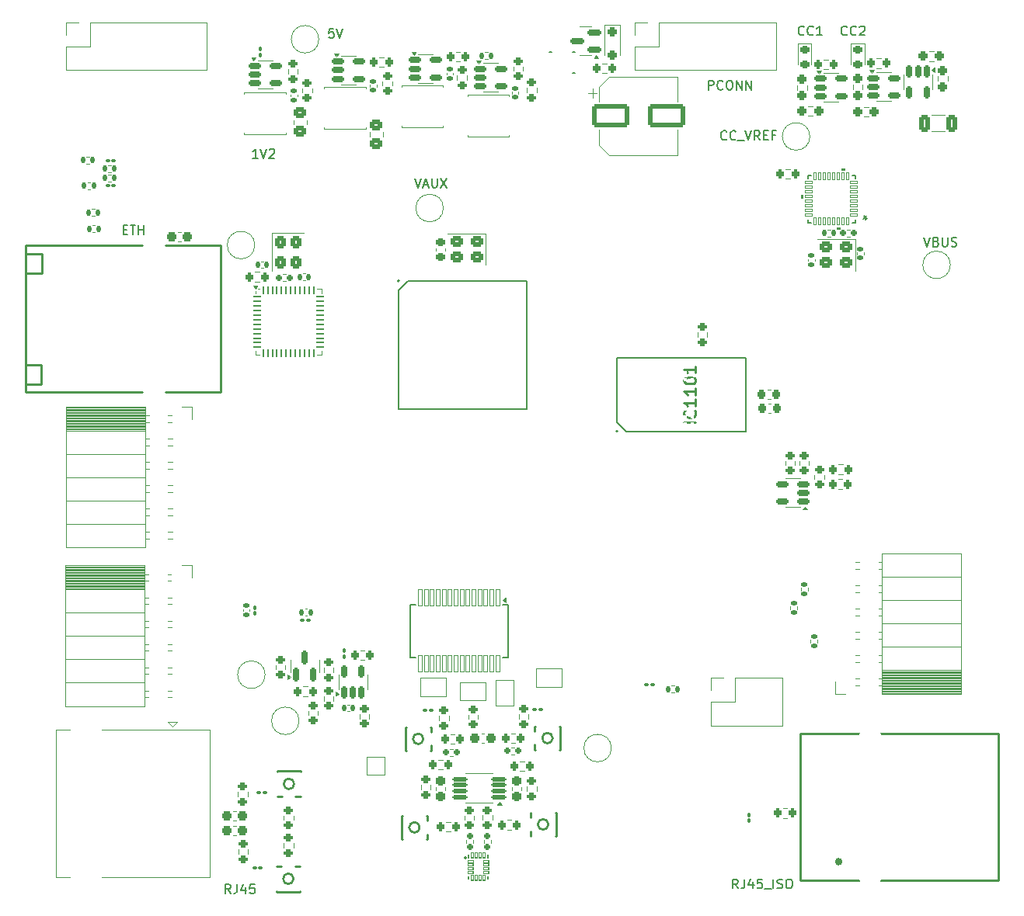
<source format=gto>
G04 #@! TF.GenerationSoftware,KiCad,Pcbnew,9.0.3-9.0.3-0~ubuntu24.04.1*
G04 #@! TF.CreationDate,2025-08-23T12:09:09+02:00*
G04 #@! TF.ProjectId,acoustic-carrier-board,61636f75-7374-4696-932d-636172726965,rev?*
G04 #@! TF.SameCoordinates,Original*
G04 #@! TF.FileFunction,Legend,Top*
G04 #@! TF.FilePolarity,Positive*
%FSLAX46Y46*%
G04 Gerber Fmt 4.6, Leading zero omitted, Abs format (unit mm)*
G04 Created by KiCad (PCBNEW 9.0.3-9.0.3-0~ubuntu24.04.1) date 2025-08-23 12:09:09*
%MOMM*%
%LPD*%
G01*
G04 APERTURE LIST*
G04 Aperture macros list*
%AMRoundRect*
0 Rectangle with rounded corners*
0 $1 Rounding radius*
0 $2 $3 $4 $5 $6 $7 $8 $9 X,Y pos of 4 corners*
0 Add a 4 corners polygon primitive as box body*
4,1,4,$2,$3,$4,$5,$6,$7,$8,$9,$2,$3,0*
0 Add four circle primitives for the rounded corners*
1,1,$1+$1,$2,$3*
1,1,$1+$1,$4,$5*
1,1,$1+$1,$6,$7*
1,1,$1+$1,$8,$9*
0 Add four rect primitives between the rounded corners*
20,1,$1+$1,$2,$3,$4,$5,0*
20,1,$1+$1,$4,$5,$6,$7,0*
20,1,$1+$1,$6,$7,$8,$9,0*
20,1,$1+$1,$8,$9,$2,$3,0*%
G04 Aperture macros list end*
%ADD10C,0.160000*%
%ADD11C,0.254000*%
%ADD12C,0.120000*%
%ADD13C,0.200000*%
%ADD14C,0.150000*%
%ADD15C,0.399999*%
%ADD16C,0.152400*%
%ADD17C,0.000000*%
%ADD18C,0.127000*%
%ADD19C,0.250000*%
%ADD20C,0.410000*%
%ADD21RoundRect,0.200000X0.200000X0.275000X-0.200000X0.275000X-0.200000X-0.275000X0.200000X-0.275000X0*%
%ADD22RoundRect,0.150000X-0.512500X-0.150000X0.512500X-0.150000X0.512500X0.150000X-0.512500X0.150000X0*%
%ADD23R,1.500000X1.000000*%
%ADD24RoundRect,0.237500X0.237500X-0.300000X0.237500X0.300000X-0.237500X0.300000X-0.237500X-0.300000X0*%
%ADD25RoundRect,0.237500X-0.300000X-0.237500X0.300000X-0.237500X0.300000X0.237500X-0.300000X0.237500X0*%
%ADD26RoundRect,0.135000X-0.185000X0.135000X-0.185000X-0.135000X0.185000X-0.135000X0.185000X0.135000X0*%
%ADD27RoundRect,0.140000X0.170000X-0.140000X0.170000X0.140000X-0.170000X0.140000X-0.170000X-0.140000X0*%
%ADD28C,0.446000*%
%ADD29C,2.000000*%
%ADD30C,3.250000*%
%ADD31R,1.500000X1.500000*%
%ADD32C,1.500000*%
%ADD33C,3.000000*%
%ADD34RoundRect,0.135000X-0.135000X-0.185000X0.135000X-0.185000X0.135000X0.185000X-0.135000X0.185000X0*%
%ADD35RoundRect,0.010000X-0.225000X0.875000X-0.225000X-0.875000X0.225000X-0.875000X0.225000X0.875000X0*%
%ADD36RoundRect,0.150000X0.587500X0.150000X-0.587500X0.150000X-0.587500X-0.150000X0.587500X-0.150000X0*%
%ADD37R,1.700000X1.700000*%
%ADD38C,1.700000*%
%ADD39RoundRect,0.200000X-0.275000X0.200000X-0.275000X-0.200000X0.275000X-0.200000X0.275000X0.200000X0*%
%ADD40RoundRect,0.135000X0.135000X0.185000X-0.135000X0.185000X-0.135000X-0.185000X0.135000X-0.185000X0*%
%ADD41RoundRect,0.100000X-0.130000X-0.100000X0.130000X-0.100000X0.130000X0.100000X-0.130000X0.100000X0*%
%ADD42C,0.430000*%
%ADD43RoundRect,0.200000X-0.200000X-0.275000X0.200000X-0.275000X0.200000X0.275000X-0.200000X0.275000X0*%
%ADD44RoundRect,0.160000X0.197500X0.160000X-0.197500X0.160000X-0.197500X-0.160000X0.197500X-0.160000X0*%
%ADD45RoundRect,0.200000X0.275000X-0.200000X0.275000X0.200000X-0.275000X0.200000X-0.275000X-0.200000X0*%
%ADD46R,1.000000X1.500000*%
%ADD47RoundRect,0.135000X0.185000X-0.135000X0.185000X0.135000X-0.185000X0.135000X-0.185000X-0.135000X0*%
%ADD48RoundRect,0.250000X-0.450000X0.350000X-0.450000X-0.350000X0.450000X-0.350000X0.450000X0.350000X0*%
%ADD49RoundRect,0.237500X0.250000X0.237500X-0.250000X0.237500X-0.250000X-0.237500X0.250000X-0.237500X0*%
%ADD50RoundRect,0.237500X-0.250000X-0.237500X0.250000X-0.237500X0.250000X0.237500X-0.250000X0.237500X0*%
%ADD51RoundRect,0.218750X-0.256250X0.218750X-0.256250X-0.218750X0.256250X-0.218750X0.256250X0.218750X0*%
%ADD52RoundRect,0.100000X0.130000X0.100000X-0.130000X0.100000X-0.130000X-0.100000X0.130000X-0.100000X0*%
%ADD53RoundRect,0.100000X0.100000X-0.130000X0.100000X0.130000X-0.100000X0.130000X-0.100000X-0.130000X0*%
%ADD54RoundRect,0.218750X-0.218750X-0.256250X0.218750X-0.256250X0.218750X0.256250X-0.218750X0.256250X0*%
%ADD55R,1.100000X3.700000*%
%ADD56C,1.300000*%
%ADD57RoundRect,0.237500X0.300000X0.237500X-0.300000X0.237500X-0.300000X-0.237500X0.300000X-0.237500X0*%
%ADD58RoundRect,0.250000X-1.750000X-1.000000X1.750000X-1.000000X1.750000X1.000000X-1.750000X1.000000X0*%
%ADD59RoundRect,0.237500X0.237500X-0.250000X0.237500X0.250000X-0.237500X0.250000X-0.237500X-0.250000X0*%
%ADD60RoundRect,0.150000X0.512500X0.150000X-0.512500X0.150000X-0.512500X-0.150000X0.512500X-0.150000X0*%
%ADD61R,1.000000X1.050000*%
%ADD62R,1.050000X2.200000*%
%ADD63C,3.249981*%
%ADD64R,1.524000X1.524000*%
%ADD65C,1.524000*%
%ADD66C,1.999996*%
%ADD67C,2.400046*%
%ADD68RoundRect,0.062500X-0.375000X-0.062500X0.375000X-0.062500X0.375000X0.062500X-0.375000X0.062500X0*%
%ADD69RoundRect,0.062500X-0.062500X-0.375000X0.062500X-0.375000X0.062500X0.375000X-0.062500X0.375000X0*%
%ADD70R,5.150000X5.150000*%
%ADD71R,1.050000X1.000000*%
%ADD72R,2.200000X1.050000*%
%ADD73RoundRect,0.237500X-0.237500X0.250000X-0.237500X-0.250000X0.237500X-0.250000X0.237500X0.250000X0*%
%ADD74RoundRect,0.140000X0.140000X0.170000X-0.140000X0.170000X-0.140000X-0.170000X0.140000X-0.170000X0*%
%ADD75RoundRect,0.250000X0.450000X0.350000X-0.450000X0.350000X-0.450000X-0.350000X0.450000X-0.350000X0*%
%ADD76RoundRect,0.250000X0.325000X0.650000X-0.325000X0.650000X-0.325000X-0.650000X0.325000X-0.650000X0*%
%ADD77R,0.399999X1.050000*%
%ADD78R,0.599999X0.200000*%
%ADD79RoundRect,0.150000X0.150000X-0.512500X0.150000X0.512500X-0.150000X0.512500X-0.150000X-0.512500X0*%
%ADD80RoundRect,0.010000X-0.406400X0.127000X-0.406400X-0.127000X0.406400X-0.127000X0.406400X0.127000X0*%
%ADD81RoundRect,0.010000X0.127000X0.406400X-0.127000X0.406400X-0.127000X-0.406400X0.127000X-0.406400X0*%
%ADD82RoundRect,0.140000X-0.140000X-0.170000X0.140000X-0.170000X0.140000X0.170000X-0.140000X0.170000X0*%
%ADD83RoundRect,0.150000X-0.150000X0.512500X-0.150000X-0.512500X0.150000X-0.512500X0.150000X0.512500X0*%
%ADD84RoundRect,0.045625X0.305375X0.136875X-0.305375X0.136875X-0.305375X-0.136875X0.305375X-0.136875X0*%
%ADD85RoundRect,0.045000X0.256500X0.135000X-0.256500X0.135000X-0.256500X-0.135000X0.256500X-0.135000X0*%
%ADD86RoundRect,0.045000X-0.135000X0.256500X-0.135000X-0.256500X0.135000X-0.256500X0.135000X0.256500X0*%
%ADD87RoundRect,0.250000X-0.250000X0.250000X-0.250000X-0.250000X0.250000X-0.250000X0.250000X0.250000X0*%
%ADD88RoundRect,0.237500X-0.237500X0.300000X-0.237500X-0.300000X0.237500X-0.300000X0.237500X0.300000X0*%
%ADD89RoundRect,0.225000X0.250000X-0.225000X0.250000X0.225000X-0.250000X0.225000X-0.250000X-0.225000X0*%
%ADD90RoundRect,0.165000X0.165000X-0.202500X0.165000X0.202500X-0.165000X0.202500X-0.165000X-0.202500X0*%
%ADD91RoundRect,0.160000X-0.197500X-0.160000X0.197500X-0.160000X0.197500X0.160000X-0.197500X0.160000X0*%
%ADD92R,1.520000X1.520000*%
%ADD93C,1.520000*%
%ADD94C,2.160000*%
%ADD95RoundRect,0.125500X0.688000X0.125500X-0.688000X0.125500X-0.688000X-0.125500X0.688000X-0.125500X0*%
%ADD96RoundRect,0.250000X-0.350000X0.450000X-0.350000X-0.450000X0.350000X-0.450000X0.350000X0.450000X0*%
%ADD97RoundRect,0.160000X0.160000X-0.197500X0.160000X0.197500X-0.160000X0.197500X-0.160000X-0.197500X0*%
%ADD98RoundRect,0.150000X0.150000X-0.587500X0.150000X0.587500X-0.150000X0.587500X-0.150000X-0.587500X0*%
%ADD99C,0.650000*%
%ADD100O,1.600000X1.000000*%
%ADD101O,2.100000X1.000000*%
G04 APERTURE END LIST*
D10*
X139170501Y-76099299D02*
X139503834Y-77099299D01*
X139503834Y-77099299D02*
X139837167Y-76099299D01*
X140503834Y-76575489D02*
X140646691Y-76623108D01*
X140646691Y-76623108D02*
X140694310Y-76670727D01*
X140694310Y-76670727D02*
X140741929Y-76765965D01*
X140741929Y-76765965D02*
X140741929Y-76908822D01*
X140741929Y-76908822D02*
X140694310Y-77004060D01*
X140694310Y-77004060D02*
X140646691Y-77051680D01*
X140646691Y-77051680D02*
X140551453Y-77099299D01*
X140551453Y-77099299D02*
X140170501Y-77099299D01*
X140170501Y-77099299D02*
X140170501Y-76099299D01*
X140170501Y-76099299D02*
X140503834Y-76099299D01*
X140503834Y-76099299D02*
X140599072Y-76146918D01*
X140599072Y-76146918D02*
X140646691Y-76194537D01*
X140646691Y-76194537D02*
X140694310Y-76289775D01*
X140694310Y-76289775D02*
X140694310Y-76385013D01*
X140694310Y-76385013D02*
X140646691Y-76480251D01*
X140646691Y-76480251D02*
X140599072Y-76527870D01*
X140599072Y-76527870D02*
X140503834Y-76575489D01*
X140503834Y-76575489D02*
X140170501Y-76575489D01*
X141170501Y-76099299D02*
X141170501Y-76908822D01*
X141170501Y-76908822D02*
X141218120Y-77004060D01*
X141218120Y-77004060D02*
X141265739Y-77051680D01*
X141265739Y-77051680D02*
X141360977Y-77099299D01*
X141360977Y-77099299D02*
X141551453Y-77099299D01*
X141551453Y-77099299D02*
X141646691Y-77051680D01*
X141646691Y-77051680D02*
X141694310Y-77004060D01*
X141694310Y-77004060D02*
X141741929Y-76908822D01*
X141741929Y-76908822D02*
X141741929Y-76099299D01*
X142170501Y-77051680D02*
X142313358Y-77099299D01*
X142313358Y-77099299D02*
X142551453Y-77099299D01*
X142551453Y-77099299D02*
X142646691Y-77051680D01*
X142646691Y-77051680D02*
X142694310Y-77004060D01*
X142694310Y-77004060D02*
X142741929Y-76908822D01*
X142741929Y-76908822D02*
X142741929Y-76813584D01*
X142741929Y-76813584D02*
X142694310Y-76718346D01*
X142694310Y-76718346D02*
X142646691Y-76670727D01*
X142646691Y-76670727D02*
X142551453Y-76623108D01*
X142551453Y-76623108D02*
X142360977Y-76575489D01*
X142360977Y-76575489D02*
X142265739Y-76527870D01*
X142265739Y-76527870D02*
X142218120Y-76480251D01*
X142218120Y-76480251D02*
X142170501Y-76385013D01*
X142170501Y-76385013D02*
X142170501Y-76289775D01*
X142170501Y-76289775D02*
X142218120Y-76194537D01*
X142218120Y-76194537D02*
X142265739Y-76146918D01*
X142265739Y-76146918D02*
X142360977Y-76099299D01*
X142360977Y-76099299D02*
X142599072Y-76099299D01*
X142599072Y-76099299D02*
X142741929Y-76146918D01*
X117654786Y-65374060D02*
X117607167Y-65421680D01*
X117607167Y-65421680D02*
X117464310Y-65469299D01*
X117464310Y-65469299D02*
X117369072Y-65469299D01*
X117369072Y-65469299D02*
X117226215Y-65421680D01*
X117226215Y-65421680D02*
X117130977Y-65326441D01*
X117130977Y-65326441D02*
X117083358Y-65231203D01*
X117083358Y-65231203D02*
X117035739Y-65040727D01*
X117035739Y-65040727D02*
X117035739Y-64897870D01*
X117035739Y-64897870D02*
X117083358Y-64707394D01*
X117083358Y-64707394D02*
X117130977Y-64612156D01*
X117130977Y-64612156D02*
X117226215Y-64516918D01*
X117226215Y-64516918D02*
X117369072Y-64469299D01*
X117369072Y-64469299D02*
X117464310Y-64469299D01*
X117464310Y-64469299D02*
X117607167Y-64516918D01*
X117607167Y-64516918D02*
X117654786Y-64564537D01*
X118654786Y-65374060D02*
X118607167Y-65421680D01*
X118607167Y-65421680D02*
X118464310Y-65469299D01*
X118464310Y-65469299D02*
X118369072Y-65469299D01*
X118369072Y-65469299D02*
X118226215Y-65421680D01*
X118226215Y-65421680D02*
X118130977Y-65326441D01*
X118130977Y-65326441D02*
X118083358Y-65231203D01*
X118083358Y-65231203D02*
X118035739Y-65040727D01*
X118035739Y-65040727D02*
X118035739Y-64897870D01*
X118035739Y-64897870D02*
X118083358Y-64707394D01*
X118083358Y-64707394D02*
X118130977Y-64612156D01*
X118130977Y-64612156D02*
X118226215Y-64516918D01*
X118226215Y-64516918D02*
X118369072Y-64469299D01*
X118369072Y-64469299D02*
X118464310Y-64469299D01*
X118464310Y-64469299D02*
X118607167Y-64516918D01*
X118607167Y-64516918D02*
X118654786Y-64564537D01*
X118845263Y-65564537D02*
X119607167Y-65564537D01*
X119702406Y-64469299D02*
X120035739Y-65469299D01*
X120035739Y-65469299D02*
X120369072Y-64469299D01*
X121273834Y-65469299D02*
X120940501Y-64993108D01*
X120702406Y-65469299D02*
X120702406Y-64469299D01*
X120702406Y-64469299D02*
X121083358Y-64469299D01*
X121083358Y-64469299D02*
X121178596Y-64516918D01*
X121178596Y-64516918D02*
X121226215Y-64564537D01*
X121226215Y-64564537D02*
X121273834Y-64659775D01*
X121273834Y-64659775D02*
X121273834Y-64802632D01*
X121273834Y-64802632D02*
X121226215Y-64897870D01*
X121226215Y-64897870D02*
X121178596Y-64945489D01*
X121178596Y-64945489D02*
X121083358Y-64993108D01*
X121083358Y-64993108D02*
X120702406Y-64993108D01*
X121702406Y-64945489D02*
X122035739Y-64945489D01*
X122178596Y-65469299D02*
X121702406Y-65469299D01*
X121702406Y-65469299D02*
X121702406Y-64469299D01*
X121702406Y-64469299D02*
X122178596Y-64469299D01*
X122940501Y-64945489D02*
X122607168Y-64945489D01*
X122607168Y-65469299D02*
X122607168Y-64469299D01*
X122607168Y-64469299D02*
X123083358Y-64469299D01*
X74839548Y-53339299D02*
X74363358Y-53339299D01*
X74363358Y-53339299D02*
X74315739Y-53815489D01*
X74315739Y-53815489D02*
X74363358Y-53767870D01*
X74363358Y-53767870D02*
X74458596Y-53720251D01*
X74458596Y-53720251D02*
X74696691Y-53720251D01*
X74696691Y-53720251D02*
X74791929Y-53767870D01*
X74791929Y-53767870D02*
X74839548Y-53815489D01*
X74839548Y-53815489D02*
X74887167Y-53910727D01*
X74887167Y-53910727D02*
X74887167Y-54148822D01*
X74887167Y-54148822D02*
X74839548Y-54244060D01*
X74839548Y-54244060D02*
X74791929Y-54291680D01*
X74791929Y-54291680D02*
X74696691Y-54339299D01*
X74696691Y-54339299D02*
X74458596Y-54339299D01*
X74458596Y-54339299D02*
X74363358Y-54291680D01*
X74363358Y-54291680D02*
X74315739Y-54244060D01*
X75172882Y-53339299D02*
X75506215Y-54339299D01*
X75506215Y-54339299D02*
X75839548Y-53339299D01*
X63594786Y-147659299D02*
X63261453Y-147183108D01*
X63023358Y-147659299D02*
X63023358Y-146659299D01*
X63023358Y-146659299D02*
X63404310Y-146659299D01*
X63404310Y-146659299D02*
X63499548Y-146706918D01*
X63499548Y-146706918D02*
X63547167Y-146754537D01*
X63547167Y-146754537D02*
X63594786Y-146849775D01*
X63594786Y-146849775D02*
X63594786Y-146992632D01*
X63594786Y-146992632D02*
X63547167Y-147087870D01*
X63547167Y-147087870D02*
X63499548Y-147135489D01*
X63499548Y-147135489D02*
X63404310Y-147183108D01*
X63404310Y-147183108D02*
X63023358Y-147183108D01*
X64309072Y-146659299D02*
X64309072Y-147373584D01*
X64309072Y-147373584D02*
X64261453Y-147516441D01*
X64261453Y-147516441D02*
X64166215Y-147611680D01*
X64166215Y-147611680D02*
X64023358Y-147659299D01*
X64023358Y-147659299D02*
X63928120Y-147659299D01*
X65213834Y-146992632D02*
X65213834Y-147659299D01*
X64975739Y-146611680D02*
X64737644Y-147325965D01*
X64737644Y-147325965D02*
X65356691Y-147325965D01*
X66213834Y-146659299D02*
X65737644Y-146659299D01*
X65737644Y-146659299D02*
X65690025Y-147135489D01*
X65690025Y-147135489D02*
X65737644Y-147087870D01*
X65737644Y-147087870D02*
X65832882Y-147040251D01*
X65832882Y-147040251D02*
X66070977Y-147040251D01*
X66070977Y-147040251D02*
X66166215Y-147087870D01*
X66166215Y-147087870D02*
X66213834Y-147135489D01*
X66213834Y-147135489D02*
X66261453Y-147230727D01*
X66261453Y-147230727D02*
X66261453Y-147468822D01*
X66261453Y-147468822D02*
X66213834Y-147564060D01*
X66213834Y-147564060D02*
X66166215Y-147611680D01*
X66166215Y-147611680D02*
X66070977Y-147659299D01*
X66070977Y-147659299D02*
X65832882Y-147659299D01*
X65832882Y-147659299D02*
X65737644Y-147611680D01*
X65737644Y-147611680D02*
X65690025Y-147564060D01*
X66587167Y-67449299D02*
X66015739Y-67449299D01*
X66301453Y-67449299D02*
X66301453Y-66449299D01*
X66301453Y-66449299D02*
X66206215Y-66592156D01*
X66206215Y-66592156D02*
X66110977Y-66687394D01*
X66110977Y-66687394D02*
X66015739Y-66735013D01*
X66872882Y-66449299D02*
X67206215Y-67449299D01*
X67206215Y-67449299D02*
X67539548Y-66449299D01*
X67825263Y-66544537D02*
X67872882Y-66496918D01*
X67872882Y-66496918D02*
X67968120Y-66449299D01*
X67968120Y-66449299D02*
X68206215Y-66449299D01*
X68206215Y-66449299D02*
X68301453Y-66496918D01*
X68301453Y-66496918D02*
X68349072Y-66544537D01*
X68349072Y-66544537D02*
X68396691Y-66639775D01*
X68396691Y-66639775D02*
X68396691Y-66735013D01*
X68396691Y-66735013D02*
X68349072Y-66877870D01*
X68349072Y-66877870D02*
X67777644Y-67449299D01*
X67777644Y-67449299D02*
X68396691Y-67449299D01*
X126094786Y-53954060D02*
X126047167Y-54001680D01*
X126047167Y-54001680D02*
X125904310Y-54049299D01*
X125904310Y-54049299D02*
X125809072Y-54049299D01*
X125809072Y-54049299D02*
X125666215Y-54001680D01*
X125666215Y-54001680D02*
X125570977Y-53906441D01*
X125570977Y-53906441D02*
X125523358Y-53811203D01*
X125523358Y-53811203D02*
X125475739Y-53620727D01*
X125475739Y-53620727D02*
X125475739Y-53477870D01*
X125475739Y-53477870D02*
X125523358Y-53287394D01*
X125523358Y-53287394D02*
X125570977Y-53192156D01*
X125570977Y-53192156D02*
X125666215Y-53096918D01*
X125666215Y-53096918D02*
X125809072Y-53049299D01*
X125809072Y-53049299D02*
X125904310Y-53049299D01*
X125904310Y-53049299D02*
X126047167Y-53096918D01*
X126047167Y-53096918D02*
X126094786Y-53144537D01*
X127094786Y-53954060D02*
X127047167Y-54001680D01*
X127047167Y-54001680D02*
X126904310Y-54049299D01*
X126904310Y-54049299D02*
X126809072Y-54049299D01*
X126809072Y-54049299D02*
X126666215Y-54001680D01*
X126666215Y-54001680D02*
X126570977Y-53906441D01*
X126570977Y-53906441D02*
X126523358Y-53811203D01*
X126523358Y-53811203D02*
X126475739Y-53620727D01*
X126475739Y-53620727D02*
X126475739Y-53477870D01*
X126475739Y-53477870D02*
X126523358Y-53287394D01*
X126523358Y-53287394D02*
X126570977Y-53192156D01*
X126570977Y-53192156D02*
X126666215Y-53096918D01*
X126666215Y-53096918D02*
X126809072Y-53049299D01*
X126809072Y-53049299D02*
X126904310Y-53049299D01*
X126904310Y-53049299D02*
X127047167Y-53096918D01*
X127047167Y-53096918D02*
X127094786Y-53144537D01*
X128047167Y-54049299D02*
X127475739Y-54049299D01*
X127761453Y-54049299D02*
X127761453Y-53049299D01*
X127761453Y-53049299D02*
X127666215Y-53192156D01*
X127666215Y-53192156D02*
X127570977Y-53287394D01*
X127570977Y-53287394D02*
X127475739Y-53335013D01*
X130774786Y-53964060D02*
X130727167Y-54011680D01*
X130727167Y-54011680D02*
X130584310Y-54059299D01*
X130584310Y-54059299D02*
X130489072Y-54059299D01*
X130489072Y-54059299D02*
X130346215Y-54011680D01*
X130346215Y-54011680D02*
X130250977Y-53916441D01*
X130250977Y-53916441D02*
X130203358Y-53821203D01*
X130203358Y-53821203D02*
X130155739Y-53630727D01*
X130155739Y-53630727D02*
X130155739Y-53487870D01*
X130155739Y-53487870D02*
X130203358Y-53297394D01*
X130203358Y-53297394D02*
X130250977Y-53202156D01*
X130250977Y-53202156D02*
X130346215Y-53106918D01*
X130346215Y-53106918D02*
X130489072Y-53059299D01*
X130489072Y-53059299D02*
X130584310Y-53059299D01*
X130584310Y-53059299D02*
X130727167Y-53106918D01*
X130727167Y-53106918D02*
X130774786Y-53154537D01*
X131774786Y-53964060D02*
X131727167Y-54011680D01*
X131727167Y-54011680D02*
X131584310Y-54059299D01*
X131584310Y-54059299D02*
X131489072Y-54059299D01*
X131489072Y-54059299D02*
X131346215Y-54011680D01*
X131346215Y-54011680D02*
X131250977Y-53916441D01*
X131250977Y-53916441D02*
X131203358Y-53821203D01*
X131203358Y-53821203D02*
X131155739Y-53630727D01*
X131155739Y-53630727D02*
X131155739Y-53487870D01*
X131155739Y-53487870D02*
X131203358Y-53297394D01*
X131203358Y-53297394D02*
X131250977Y-53202156D01*
X131250977Y-53202156D02*
X131346215Y-53106918D01*
X131346215Y-53106918D02*
X131489072Y-53059299D01*
X131489072Y-53059299D02*
X131584310Y-53059299D01*
X131584310Y-53059299D02*
X131727167Y-53106918D01*
X131727167Y-53106918D02*
X131774786Y-53154537D01*
X132155739Y-53154537D02*
X132203358Y-53106918D01*
X132203358Y-53106918D02*
X132298596Y-53059299D01*
X132298596Y-53059299D02*
X132536691Y-53059299D01*
X132536691Y-53059299D02*
X132631929Y-53106918D01*
X132631929Y-53106918D02*
X132679548Y-53154537D01*
X132679548Y-53154537D02*
X132727167Y-53249775D01*
X132727167Y-53249775D02*
X132727167Y-53345013D01*
X132727167Y-53345013D02*
X132679548Y-53487870D01*
X132679548Y-53487870D02*
X132108120Y-54059299D01*
X132108120Y-54059299D02*
X132727167Y-54059299D01*
X115683358Y-59999299D02*
X115683358Y-58999299D01*
X115683358Y-58999299D02*
X116064310Y-58999299D01*
X116064310Y-58999299D02*
X116159548Y-59046918D01*
X116159548Y-59046918D02*
X116207167Y-59094537D01*
X116207167Y-59094537D02*
X116254786Y-59189775D01*
X116254786Y-59189775D02*
X116254786Y-59332632D01*
X116254786Y-59332632D02*
X116207167Y-59427870D01*
X116207167Y-59427870D02*
X116159548Y-59475489D01*
X116159548Y-59475489D02*
X116064310Y-59523108D01*
X116064310Y-59523108D02*
X115683358Y-59523108D01*
X117254786Y-59904060D02*
X117207167Y-59951680D01*
X117207167Y-59951680D02*
X117064310Y-59999299D01*
X117064310Y-59999299D02*
X116969072Y-59999299D01*
X116969072Y-59999299D02*
X116826215Y-59951680D01*
X116826215Y-59951680D02*
X116730977Y-59856441D01*
X116730977Y-59856441D02*
X116683358Y-59761203D01*
X116683358Y-59761203D02*
X116635739Y-59570727D01*
X116635739Y-59570727D02*
X116635739Y-59427870D01*
X116635739Y-59427870D02*
X116683358Y-59237394D01*
X116683358Y-59237394D02*
X116730977Y-59142156D01*
X116730977Y-59142156D02*
X116826215Y-59046918D01*
X116826215Y-59046918D02*
X116969072Y-58999299D01*
X116969072Y-58999299D02*
X117064310Y-58999299D01*
X117064310Y-58999299D02*
X117207167Y-59046918D01*
X117207167Y-59046918D02*
X117254786Y-59094537D01*
X117873834Y-58999299D02*
X118064310Y-58999299D01*
X118064310Y-58999299D02*
X118159548Y-59046918D01*
X118159548Y-59046918D02*
X118254786Y-59142156D01*
X118254786Y-59142156D02*
X118302405Y-59332632D01*
X118302405Y-59332632D02*
X118302405Y-59665965D01*
X118302405Y-59665965D02*
X118254786Y-59856441D01*
X118254786Y-59856441D02*
X118159548Y-59951680D01*
X118159548Y-59951680D02*
X118064310Y-59999299D01*
X118064310Y-59999299D02*
X117873834Y-59999299D01*
X117873834Y-59999299D02*
X117778596Y-59951680D01*
X117778596Y-59951680D02*
X117683358Y-59856441D01*
X117683358Y-59856441D02*
X117635739Y-59665965D01*
X117635739Y-59665965D02*
X117635739Y-59332632D01*
X117635739Y-59332632D02*
X117683358Y-59142156D01*
X117683358Y-59142156D02*
X117778596Y-59046918D01*
X117778596Y-59046918D02*
X117873834Y-58999299D01*
X118730977Y-59999299D02*
X118730977Y-58999299D01*
X118730977Y-58999299D02*
X119302405Y-59999299D01*
X119302405Y-59999299D02*
X119302405Y-58999299D01*
X119778596Y-59999299D02*
X119778596Y-58999299D01*
X119778596Y-58999299D02*
X120350024Y-59999299D01*
X120350024Y-59999299D02*
X120350024Y-58999299D01*
X118894786Y-147099299D02*
X118561453Y-146623108D01*
X118323358Y-147099299D02*
X118323358Y-146099299D01*
X118323358Y-146099299D02*
X118704310Y-146099299D01*
X118704310Y-146099299D02*
X118799548Y-146146918D01*
X118799548Y-146146918D02*
X118847167Y-146194537D01*
X118847167Y-146194537D02*
X118894786Y-146289775D01*
X118894786Y-146289775D02*
X118894786Y-146432632D01*
X118894786Y-146432632D02*
X118847167Y-146527870D01*
X118847167Y-146527870D02*
X118799548Y-146575489D01*
X118799548Y-146575489D02*
X118704310Y-146623108D01*
X118704310Y-146623108D02*
X118323358Y-146623108D01*
X119609072Y-146099299D02*
X119609072Y-146813584D01*
X119609072Y-146813584D02*
X119561453Y-146956441D01*
X119561453Y-146956441D02*
X119466215Y-147051680D01*
X119466215Y-147051680D02*
X119323358Y-147099299D01*
X119323358Y-147099299D02*
X119228120Y-147099299D01*
X120513834Y-146432632D02*
X120513834Y-147099299D01*
X120275739Y-146051680D02*
X120037644Y-146765965D01*
X120037644Y-146765965D02*
X120656691Y-146765965D01*
X121513834Y-146099299D02*
X121037644Y-146099299D01*
X121037644Y-146099299D02*
X120990025Y-146575489D01*
X120990025Y-146575489D02*
X121037644Y-146527870D01*
X121037644Y-146527870D02*
X121132882Y-146480251D01*
X121132882Y-146480251D02*
X121370977Y-146480251D01*
X121370977Y-146480251D02*
X121466215Y-146527870D01*
X121466215Y-146527870D02*
X121513834Y-146575489D01*
X121513834Y-146575489D02*
X121561453Y-146670727D01*
X121561453Y-146670727D02*
X121561453Y-146908822D01*
X121561453Y-146908822D02*
X121513834Y-147004060D01*
X121513834Y-147004060D02*
X121466215Y-147051680D01*
X121466215Y-147051680D02*
X121370977Y-147099299D01*
X121370977Y-147099299D02*
X121132882Y-147099299D01*
X121132882Y-147099299D02*
X121037644Y-147051680D01*
X121037644Y-147051680D02*
X120990025Y-147004060D01*
X121751930Y-147194537D02*
X122513834Y-147194537D01*
X122751930Y-147099299D02*
X122751930Y-146099299D01*
X123180501Y-147051680D02*
X123323358Y-147099299D01*
X123323358Y-147099299D02*
X123561453Y-147099299D01*
X123561453Y-147099299D02*
X123656691Y-147051680D01*
X123656691Y-147051680D02*
X123704310Y-147004060D01*
X123704310Y-147004060D02*
X123751929Y-146908822D01*
X123751929Y-146908822D02*
X123751929Y-146813584D01*
X123751929Y-146813584D02*
X123704310Y-146718346D01*
X123704310Y-146718346D02*
X123656691Y-146670727D01*
X123656691Y-146670727D02*
X123561453Y-146623108D01*
X123561453Y-146623108D02*
X123370977Y-146575489D01*
X123370977Y-146575489D02*
X123275739Y-146527870D01*
X123275739Y-146527870D02*
X123228120Y-146480251D01*
X123228120Y-146480251D02*
X123180501Y-146385013D01*
X123180501Y-146385013D02*
X123180501Y-146289775D01*
X123180501Y-146289775D02*
X123228120Y-146194537D01*
X123228120Y-146194537D02*
X123275739Y-146146918D01*
X123275739Y-146146918D02*
X123370977Y-146099299D01*
X123370977Y-146099299D02*
X123609072Y-146099299D01*
X123609072Y-146099299D02*
X123751929Y-146146918D01*
X124370977Y-146099299D02*
X124561453Y-146099299D01*
X124561453Y-146099299D02*
X124656691Y-146146918D01*
X124656691Y-146146918D02*
X124751929Y-146242156D01*
X124751929Y-146242156D02*
X124799548Y-146432632D01*
X124799548Y-146432632D02*
X124799548Y-146765965D01*
X124799548Y-146765965D02*
X124751929Y-146956441D01*
X124751929Y-146956441D02*
X124656691Y-147051680D01*
X124656691Y-147051680D02*
X124561453Y-147099299D01*
X124561453Y-147099299D02*
X124370977Y-147099299D01*
X124370977Y-147099299D02*
X124275739Y-147051680D01*
X124275739Y-147051680D02*
X124180501Y-146956441D01*
X124180501Y-146956441D02*
X124132882Y-146765965D01*
X124132882Y-146765965D02*
X124132882Y-146432632D01*
X124132882Y-146432632D02*
X124180501Y-146242156D01*
X124180501Y-146242156D02*
X124275739Y-146146918D01*
X124275739Y-146146918D02*
X124370977Y-146099299D01*
X83690501Y-69659299D02*
X84023834Y-70659299D01*
X84023834Y-70659299D02*
X84357167Y-69659299D01*
X84642882Y-70373584D02*
X85119072Y-70373584D01*
X84547644Y-70659299D02*
X84880977Y-69659299D01*
X84880977Y-69659299D02*
X85214310Y-70659299D01*
X85547644Y-69659299D02*
X85547644Y-70468822D01*
X85547644Y-70468822D02*
X85595263Y-70564060D01*
X85595263Y-70564060D02*
X85642882Y-70611680D01*
X85642882Y-70611680D02*
X85738120Y-70659299D01*
X85738120Y-70659299D02*
X85928596Y-70659299D01*
X85928596Y-70659299D02*
X86023834Y-70611680D01*
X86023834Y-70611680D02*
X86071453Y-70564060D01*
X86071453Y-70564060D02*
X86119072Y-70468822D01*
X86119072Y-70468822D02*
X86119072Y-69659299D01*
X86500025Y-69659299D02*
X87166691Y-70659299D01*
X87166691Y-69659299D02*
X86500025Y-70659299D01*
X51913358Y-75235489D02*
X52246691Y-75235489D01*
X52389548Y-75759299D02*
X51913358Y-75759299D01*
X51913358Y-75759299D02*
X51913358Y-74759299D01*
X51913358Y-74759299D02*
X52389548Y-74759299D01*
X52675263Y-74759299D02*
X53246691Y-74759299D01*
X52960977Y-75759299D02*
X52960977Y-74759299D01*
X53580025Y-75759299D02*
X53580025Y-74759299D01*
X53580025Y-75235489D02*
X54151453Y-75235489D01*
X54151453Y-75759299D02*
X54151453Y-74759299D01*
D11*
X114284318Y-96304048D02*
X113014318Y-96304048D01*
X114163365Y-94973571D02*
X114223842Y-95034047D01*
X114223842Y-95034047D02*
X114284318Y-95215476D01*
X114284318Y-95215476D02*
X114284318Y-95336428D01*
X114284318Y-95336428D02*
X114223842Y-95517857D01*
X114223842Y-95517857D02*
X114102889Y-95638809D01*
X114102889Y-95638809D02*
X113981937Y-95699286D01*
X113981937Y-95699286D02*
X113740032Y-95759762D01*
X113740032Y-95759762D02*
X113558603Y-95759762D01*
X113558603Y-95759762D02*
X113316699Y-95699286D01*
X113316699Y-95699286D02*
X113195746Y-95638809D01*
X113195746Y-95638809D02*
X113074794Y-95517857D01*
X113074794Y-95517857D02*
X113014318Y-95336428D01*
X113014318Y-95336428D02*
X113014318Y-95215476D01*
X113014318Y-95215476D02*
X113074794Y-95034047D01*
X113074794Y-95034047D02*
X113135270Y-94973571D01*
X114284318Y-93764047D02*
X114284318Y-94489762D01*
X114284318Y-94126905D02*
X113014318Y-94126905D01*
X113014318Y-94126905D02*
X113195746Y-94247857D01*
X113195746Y-94247857D02*
X113316699Y-94368809D01*
X113316699Y-94368809D02*
X113377175Y-94489762D01*
X114284318Y-92554523D02*
X114284318Y-93280238D01*
X114284318Y-92917381D02*
X113014318Y-92917381D01*
X113014318Y-92917381D02*
X113195746Y-93038333D01*
X113195746Y-93038333D02*
X113316699Y-93159285D01*
X113316699Y-93159285D02*
X113377175Y-93280238D01*
X113014318Y-91768333D02*
X113014318Y-91647380D01*
X113014318Y-91647380D02*
X113074794Y-91526428D01*
X113074794Y-91526428D02*
X113135270Y-91465952D01*
X113135270Y-91465952D02*
X113256222Y-91405476D01*
X113256222Y-91405476D02*
X113498127Y-91344999D01*
X113498127Y-91344999D02*
X113800508Y-91344999D01*
X113800508Y-91344999D02*
X114042413Y-91405476D01*
X114042413Y-91405476D02*
X114163365Y-91465952D01*
X114163365Y-91465952D02*
X114223842Y-91526428D01*
X114223842Y-91526428D02*
X114284318Y-91647380D01*
X114284318Y-91647380D02*
X114284318Y-91768333D01*
X114284318Y-91768333D02*
X114223842Y-91889285D01*
X114223842Y-91889285D02*
X114163365Y-91949761D01*
X114163365Y-91949761D02*
X114042413Y-92010238D01*
X114042413Y-92010238D02*
X113800508Y-92070714D01*
X113800508Y-92070714D02*
X113498127Y-92070714D01*
X113498127Y-92070714D02*
X113256222Y-92010238D01*
X113256222Y-92010238D02*
X113135270Y-91949761D01*
X113135270Y-91949761D02*
X113074794Y-91889285D01*
X113074794Y-91889285D02*
X113014318Y-91768333D01*
X114284318Y-90135475D02*
X114284318Y-90861190D01*
X114284318Y-90498333D02*
X113014318Y-90498333D01*
X113014318Y-90498333D02*
X113195746Y-90619285D01*
X113195746Y-90619285D02*
X113316699Y-90740237D01*
X113316699Y-90740237D02*
X113377175Y-90861190D01*
D10*
X132759999Y-74195700D02*
X132759999Y-73957605D01*
X132998094Y-74052843D02*
X132759999Y-73957605D01*
X132759999Y-73957605D02*
X132521904Y-74052843D01*
X132902856Y-73767129D02*
X132759999Y-73957605D01*
X132759999Y-73957605D02*
X132617142Y-73767129D01*
D12*
X88642258Y-55842500D02*
X88167742Y-55842500D01*
X88642258Y-56887500D02*
X88167742Y-56887500D01*
X134755000Y-58120000D02*
X133955000Y-58120000D01*
X134755000Y-58120000D02*
X135555000Y-58120000D01*
X134755000Y-61240000D02*
X133955000Y-61240000D01*
X134755000Y-61240000D02*
X135555000Y-61240000D01*
X133455000Y-58170000D02*
X133215000Y-57840000D01*
X133695000Y-57840000D01*
X133455000Y-58170000D01*
G36*
X133455000Y-58170000D02*
G01*
X133215000Y-57840000D01*
X133695000Y-57840000D01*
X133455000Y-58170000D01*
G37*
X92460000Y-124350000D02*
X94460000Y-124350000D01*
X92460000Y-127150000D02*
X92460000Y-124350000D01*
X94460000Y-124350000D02*
X94460000Y-127150000D01*
X94460000Y-127150000D02*
X92460000Y-127150000D01*
X86007500Y-136376267D02*
X86007500Y-136083733D01*
X87027500Y-136376267D02*
X87027500Y-136083733D01*
X63911233Y-138705000D02*
X64203767Y-138705000D01*
X63911233Y-139725000D02*
X64203767Y-139725000D01*
X126810000Y-119966359D02*
X126810000Y-120273641D01*
X127570000Y-119966359D02*
X127570000Y-120273641D01*
X78795000Y-59672836D02*
X78795000Y-59457164D01*
X79515000Y-59672836D02*
X79515000Y-59457164D01*
D13*
X105720000Y-89250000D02*
X119720000Y-89250000D01*
X105720000Y-96250000D02*
X105720000Y-89250000D01*
X106720000Y-97250000D02*
X105720000Y-96250000D01*
X119720000Y-89250000D02*
X119720000Y-97250000D01*
X119720000Y-97250000D02*
X106720000Y-97250000D01*
X105820000Y-97250000D02*
G75*
G02*
X105620000Y-97250000I-100000J0D01*
G01*
X105620000Y-97250000D02*
G75*
G02*
X105820000Y-97250000I100000J0D01*
G01*
D12*
X66240000Y-76940000D02*
G75*
G02*
X63240000Y-76940000I-1500000J0D01*
G01*
X63240000Y-76940000D02*
G75*
G02*
X66240000Y-76940000I1500000J0D01*
G01*
X44540000Y-145885000D02*
X44540000Y-129765000D01*
X46100000Y-129765000D02*
X44540000Y-129765000D01*
X46100000Y-145885000D02*
X44540000Y-145885000D01*
X56742000Y-128939000D02*
X57250000Y-129447000D01*
X57250000Y-129447000D02*
X57758000Y-128939000D01*
X57758000Y-128939000D02*
X56742000Y-128939000D01*
X61360000Y-129765000D02*
X49600000Y-129765000D01*
X61360000Y-145885000D02*
X49600000Y-145885000D01*
X61360000Y-145885000D02*
X61360000Y-129765000D01*
X50266359Y-69230000D02*
X50573641Y-69230000D01*
X50266359Y-69990000D02*
X50573641Y-69990000D01*
D14*
X83185000Y-116135000D02*
X83185000Y-121885000D01*
X83760000Y-116135000D02*
X83185000Y-116135000D01*
X83760000Y-121885000D02*
X83185000Y-121885000D01*
X93835000Y-116135000D02*
X93260000Y-116135000D01*
X93835000Y-116135000D02*
X93835000Y-121885000D01*
X93835000Y-121885000D02*
X93260000Y-121885000D01*
D12*
X93590000Y-115875000D02*
X93260000Y-115635000D01*
X93590000Y-115395000D01*
X93590000Y-115875000D01*
G36*
X93590000Y-115875000D02*
G01*
X93260000Y-115635000D01*
X93590000Y-115395000D01*
X93590000Y-115875000D01*
G37*
X102290002Y-53119999D02*
X101640002Y-53119999D01*
X102290002Y-53119999D02*
X102940002Y-53119999D01*
X102290002Y-56239999D02*
X101640002Y-56239999D01*
X102290002Y-56239999D02*
X102940002Y-56239999D01*
X103692502Y-56519999D02*
X103212502Y-56519999D01*
X103452502Y-56189999D01*
X103692502Y-56519999D01*
G36*
X103692502Y-56519999D02*
G01*
X103212502Y-56519999D01*
X103452502Y-56189999D01*
X103692502Y-56519999D01*
G37*
X70145000Y-60722836D02*
X70145000Y-60507164D01*
X70865000Y-60722836D02*
X70865000Y-60507164D01*
X45620000Y-111890000D02*
X45620000Y-127250000D01*
X45620000Y-111890000D02*
X54250000Y-111890000D01*
X45620000Y-112010000D02*
X54250000Y-112010000D01*
X45620000Y-112128095D02*
X54250000Y-112128095D01*
X45620000Y-112246190D02*
X54250000Y-112246190D01*
X45620000Y-112364285D02*
X54250000Y-112364285D01*
X45620000Y-112482380D02*
X54250000Y-112482380D01*
X45620000Y-112600475D02*
X54250000Y-112600475D01*
X45620000Y-112718570D02*
X54250000Y-112718570D01*
X45620000Y-112836665D02*
X54250000Y-112836665D01*
X45620000Y-112954760D02*
X54250000Y-112954760D01*
X45620000Y-113072855D02*
X54250000Y-113072855D01*
X45620000Y-113190950D02*
X54250000Y-113190950D01*
X45620000Y-113309045D02*
X54250000Y-113309045D01*
X45620000Y-113427140D02*
X54250000Y-113427140D01*
X45620000Y-113545235D02*
X54250000Y-113545235D01*
X45620000Y-113663330D02*
X54250000Y-113663330D01*
X45620000Y-113781425D02*
X54250000Y-113781425D01*
X45620000Y-113899520D02*
X54250000Y-113899520D01*
X45620000Y-114017615D02*
X54250000Y-114017615D01*
X45620000Y-114135710D02*
X54250000Y-114135710D01*
X45620000Y-114253805D02*
X54250000Y-114253805D01*
X45620000Y-114371900D02*
X54250000Y-114371900D01*
X45620000Y-114490000D02*
X54250000Y-114490000D01*
X45620000Y-117030000D02*
X54250000Y-117030000D01*
X45620000Y-119570000D02*
X54250000Y-119570000D01*
X45620000Y-122110000D02*
X54250000Y-122110000D01*
X45620000Y-124650000D02*
X54250000Y-124650000D01*
X45620000Y-127250000D02*
X54250000Y-127250000D01*
X54250000Y-111890000D02*
X54250000Y-127250000D01*
X54250000Y-112860000D02*
X54660000Y-112860000D01*
X54250000Y-113580000D02*
X54660000Y-113580000D01*
X54250000Y-115400000D02*
X54660000Y-115400000D01*
X54250000Y-116120000D02*
X54660000Y-116120000D01*
X54250000Y-117940000D02*
X54660000Y-117940000D01*
X54250000Y-118660000D02*
X54660000Y-118660000D01*
X54250000Y-120480000D02*
X54660000Y-120480000D01*
X54250000Y-121200000D02*
X54660000Y-121200000D01*
X54250000Y-123020000D02*
X54660000Y-123020000D01*
X54250000Y-123740000D02*
X54660000Y-123740000D01*
X54250000Y-125560000D02*
X54660000Y-125560000D01*
X54250000Y-126280000D02*
X54660000Y-126280000D01*
X56760000Y-112860000D02*
X57140000Y-112860000D01*
X56760000Y-113580000D02*
X57140000Y-113580000D01*
X56760000Y-115400000D02*
X57200000Y-115400000D01*
X56760000Y-116120000D02*
X57200000Y-116120000D01*
X56760000Y-117940000D02*
X57200000Y-117940000D01*
X56760000Y-118660000D02*
X57200000Y-118660000D01*
X56760000Y-120480000D02*
X57200000Y-120480000D01*
X56760000Y-121200000D02*
X57200000Y-121200000D01*
X56760000Y-123020000D02*
X57200000Y-123020000D01*
X56760000Y-123740000D02*
X57200000Y-123740000D01*
X56760000Y-125560000D02*
X57200000Y-125560000D01*
X56760000Y-126280000D02*
X57200000Y-126280000D01*
X58250000Y-111890000D02*
X59360000Y-111890000D01*
X59360000Y-111890000D02*
X59360000Y-113220000D01*
X95002500Y-128122742D02*
X95002500Y-128597258D01*
X96047500Y-128122742D02*
X96047500Y-128597258D01*
X91623641Y-55890000D02*
X91316359Y-55890000D01*
X91623641Y-56650000D02*
X91316359Y-56650000D01*
D13*
X81900000Y-81850000D02*
X82900000Y-80850000D01*
X81900000Y-94850000D02*
X81900000Y-81850000D01*
X82900000Y-80850000D02*
X95900000Y-80850000D01*
X95900000Y-80850000D02*
X95900000Y-94850000D01*
X95900000Y-94850000D02*
X81900000Y-94850000D01*
X82000000Y-80850000D02*
G75*
G02*
X81800000Y-80850000I-100000J0D01*
G01*
X81800000Y-80850000D02*
G75*
G02*
X82000000Y-80850000I100000J0D01*
G01*
D12*
X77737742Y-121145000D02*
X78212258Y-121145000D01*
X77737742Y-122190000D02*
X78212258Y-122190000D01*
X69610121Y-80105000D02*
X69274879Y-80105000D01*
X69610121Y-80865000D02*
X69274879Y-80865000D01*
X73742500Y-123527258D02*
X73742500Y-123052742D01*
X74787500Y-123527258D02*
X74787500Y-123052742D01*
X84260000Y-124140000D02*
X87060000Y-124140000D01*
X84260000Y-126140000D02*
X84260000Y-124140000D01*
X87060000Y-124140000D02*
X87060000Y-126140000D01*
X87060000Y-126140000D02*
X84260000Y-126140000D01*
X124610000Y-116653641D02*
X124610000Y-116346359D01*
X125370000Y-116653641D02*
X125370000Y-116346359D01*
X78745000Y-64622936D02*
X78745000Y-65077064D01*
X80215000Y-64622936D02*
X80215000Y-65077064D01*
X125599750Y-100942258D02*
X125599750Y-100467742D01*
X126644750Y-100942258D02*
X126644750Y-100467742D01*
X128973641Y-75233000D02*
X128666359Y-75233000D01*
X128973641Y-75993000D02*
X128666359Y-75993000D01*
X48016359Y-70100000D02*
X48323641Y-70100000D01*
X48016359Y-70860000D02*
X48323641Y-70860000D01*
X94197258Y-139657500D02*
X93722742Y-139657500D01*
X94197258Y-140702500D02*
X93722742Y-140702500D01*
X124049750Y-100467742D02*
X124049750Y-100942258D01*
X125094750Y-100467742D02*
X125094750Y-100942258D01*
X127034724Y-61802500D02*
X126525276Y-61802500D01*
X127034724Y-62847500D02*
X126525276Y-62847500D01*
X45665000Y-94565000D02*
X45665000Y-109925000D01*
X45665000Y-94565000D02*
X54295000Y-94565000D01*
X45665000Y-94685000D02*
X54295000Y-94685000D01*
X45665000Y-94803095D02*
X54295000Y-94803095D01*
X45665000Y-94921190D02*
X54295000Y-94921190D01*
X45665000Y-95039285D02*
X54295000Y-95039285D01*
X45665000Y-95157380D02*
X54295000Y-95157380D01*
X45665000Y-95275475D02*
X54295000Y-95275475D01*
X45665000Y-95393570D02*
X54295000Y-95393570D01*
X45665000Y-95511665D02*
X54295000Y-95511665D01*
X45665000Y-95629760D02*
X54295000Y-95629760D01*
X45665000Y-95747855D02*
X54295000Y-95747855D01*
X45665000Y-95865950D02*
X54295000Y-95865950D01*
X45665000Y-95984045D02*
X54295000Y-95984045D01*
X45665000Y-96102140D02*
X54295000Y-96102140D01*
X45665000Y-96220235D02*
X54295000Y-96220235D01*
X45665000Y-96338330D02*
X54295000Y-96338330D01*
X45665000Y-96456425D02*
X54295000Y-96456425D01*
X45665000Y-96574520D02*
X54295000Y-96574520D01*
X45665000Y-96692615D02*
X54295000Y-96692615D01*
X45665000Y-96810710D02*
X54295000Y-96810710D01*
X45665000Y-96928805D02*
X54295000Y-96928805D01*
X45665000Y-97046900D02*
X54295000Y-97046900D01*
X45665000Y-97165000D02*
X54295000Y-97165000D01*
X45665000Y-99705000D02*
X54295000Y-99705000D01*
X45665000Y-102245000D02*
X54295000Y-102245000D01*
X45665000Y-104785000D02*
X54295000Y-104785000D01*
X45665000Y-107325000D02*
X54295000Y-107325000D01*
X45665000Y-109925000D02*
X54295000Y-109925000D01*
X54295000Y-94565000D02*
X54295000Y-109925000D01*
X54295000Y-95535000D02*
X54705000Y-95535000D01*
X54295000Y-96255000D02*
X54705000Y-96255000D01*
X54295000Y-98075000D02*
X54705000Y-98075000D01*
X54295000Y-98795000D02*
X54705000Y-98795000D01*
X54295000Y-100615000D02*
X54705000Y-100615000D01*
X54295000Y-101335000D02*
X54705000Y-101335000D01*
X54295000Y-103155000D02*
X54705000Y-103155000D01*
X54295000Y-103875000D02*
X54705000Y-103875000D01*
X54295000Y-105695000D02*
X54705000Y-105695000D01*
X54295000Y-106415000D02*
X54705000Y-106415000D01*
X54295000Y-108235000D02*
X54705000Y-108235000D01*
X54295000Y-108955000D02*
X54705000Y-108955000D01*
X56805000Y-95535000D02*
X57185000Y-95535000D01*
X56805000Y-96255000D02*
X57185000Y-96255000D01*
X56805000Y-98075000D02*
X57245000Y-98075000D01*
X56805000Y-98795000D02*
X57245000Y-98795000D01*
X56805000Y-100615000D02*
X57245000Y-100615000D01*
X56805000Y-101335000D02*
X57245000Y-101335000D01*
X56805000Y-103155000D02*
X57245000Y-103155000D01*
X56805000Y-103875000D02*
X57245000Y-103875000D01*
X56805000Y-105695000D02*
X57245000Y-105695000D01*
X56805000Y-106415000D02*
X57245000Y-106415000D01*
X56805000Y-108235000D02*
X57245000Y-108235000D01*
X56805000Y-108955000D02*
X57245000Y-108955000D01*
X58295000Y-94565000D02*
X59405000Y-94565000D01*
X59405000Y-94565000D02*
X59405000Y-95895000D01*
X124567258Y-68627500D02*
X124092742Y-68627500D01*
X124567258Y-69672500D02*
X124092742Y-69672500D01*
X139712776Y-55815000D02*
X140222224Y-55815000D01*
X139712776Y-56860000D02*
X140222224Y-56860000D01*
X67417500Y-56785000D02*
X66617500Y-56785000D01*
X67417500Y-56785000D02*
X68217500Y-56785000D01*
X67417500Y-59905000D02*
X66617500Y-59905000D01*
X67417500Y-59905000D02*
X68217500Y-59905000D01*
X66117500Y-56835000D02*
X65877500Y-56505000D01*
X66357500Y-56505000D01*
X66117500Y-56835000D01*
G36*
X66117500Y-56835000D02*
G01*
X65877500Y-56505000D01*
X66357500Y-56505000D01*
X66117500Y-56835000D01*
G37*
X114497500Y-86927258D02*
X114497500Y-86452742D01*
X115542500Y-86927258D02*
X115542500Y-86452742D01*
X131220000Y-54927500D02*
X131220000Y-57212500D01*
X132690000Y-54927500D02*
X131220000Y-54927500D01*
X132690000Y-57212500D02*
X132690000Y-54927500D01*
X130284508Y-102482500D02*
X129809992Y-102482500D01*
X130284508Y-103527500D02*
X129809992Y-103527500D01*
X126730000Y-65090000D02*
G75*
G02*
X123730000Y-65090000I-1500000J0D01*
G01*
X123730000Y-65090000D02*
G75*
G02*
X126730000Y-65090000I1500000J0D01*
G01*
X128255242Y-56702500D02*
X128729758Y-56702500D01*
X128255242Y-57747500D02*
X128729758Y-57747500D01*
X78480000Y-132780000D02*
X80380000Y-132780000D01*
X78480000Y-134680000D02*
X78480000Y-132780000D01*
X80380000Y-132780000D02*
X80380000Y-134680000D01*
X80380000Y-134680000D02*
X78480000Y-134680000D01*
X72002258Y-125097500D02*
X71527742Y-125097500D01*
X72002258Y-126142500D02*
X71527742Y-126142500D01*
X47876359Y-67300000D02*
X48183641Y-67300000D01*
X47876359Y-68060000D02*
X48183641Y-68060000D01*
X95895000Y-136005242D02*
X95895000Y-136479758D01*
X96940000Y-136005242D02*
X96940000Y-136479758D01*
X76455000Y-56305000D02*
X75655000Y-56305000D01*
X76455000Y-56305000D02*
X77255000Y-56305000D01*
X76455000Y-59425000D02*
X75655000Y-59425000D01*
X76455000Y-59425000D02*
X77255000Y-59425000D01*
X75155000Y-56355000D02*
X74915000Y-56025000D01*
X75395000Y-56025000D01*
X75155000Y-56355000D01*
G36*
X75155000Y-56355000D02*
G01*
X74915000Y-56025000D01*
X75395000Y-56025000D01*
X75155000Y-56355000D01*
G37*
X91077500Y-139152742D02*
X91077500Y-139627258D01*
X92122500Y-139152742D02*
X92122500Y-139627258D01*
X122107221Y-92710000D02*
X122432779Y-92710000D01*
X122107221Y-93730000D02*
X122432779Y-93730000D01*
X129849992Y-100882500D02*
X130324508Y-100882500D01*
X129849992Y-101927500D02*
X130324508Y-101927500D01*
X89445000Y-60555000D02*
X89445000Y-60705000D01*
X89445000Y-60555000D02*
X93965000Y-60555000D01*
X89445000Y-65075000D02*
X89445000Y-64925000D01*
X89445000Y-65075000D02*
X93965000Y-65075000D01*
X93965000Y-60555000D02*
X93965000Y-60705000D01*
X93965000Y-65075000D02*
X93965000Y-64925000D01*
X50256359Y-68220000D02*
X50563641Y-68220000D01*
X50256359Y-68980000D02*
X50563641Y-68980000D01*
X94552621Y-131730000D02*
X94217379Y-131730000D01*
X94552621Y-132490000D02*
X94217379Y-132490000D01*
X95622258Y-133237500D02*
X95147742Y-133237500D01*
X95622258Y-134282500D02*
X95147742Y-134282500D01*
X58186267Y-75510000D02*
X57893733Y-75510000D01*
X58186267Y-76530000D02*
X57893733Y-76530000D01*
X48536359Y-74800000D02*
X48843641Y-74800000D01*
X48536359Y-75560000D02*
X48843641Y-75560000D01*
X45670000Y-52670000D02*
X47000000Y-52670000D01*
X45670000Y-54000000D02*
X45670000Y-52670000D01*
X45670000Y-55270000D02*
X48270000Y-55270000D01*
X45670000Y-57870000D02*
X45670000Y-55270000D01*
X45670000Y-57870000D02*
X61030000Y-57870000D01*
X48270000Y-52670000D02*
X61030000Y-52670000D01*
X48270000Y-55270000D02*
X48270000Y-52670000D01*
X61030000Y-57870000D02*
X61030000Y-52670000D01*
X131870000Y-77977836D02*
X131870000Y-77762164D01*
X132590000Y-77977836D02*
X132590000Y-77762164D01*
X102537500Y-60340000D02*
X103537500Y-60340000D01*
X103037500Y-59840000D02*
X103037500Y-60840000D01*
X103777500Y-59654437D02*
X103777500Y-61340000D01*
X103777500Y-59654437D02*
X104841937Y-58590000D01*
X103777500Y-66045563D02*
X103777500Y-64360000D01*
X103777500Y-66045563D02*
X104841937Y-67110000D01*
X104841937Y-58590000D02*
X112297500Y-58590000D01*
X104841937Y-67110000D02*
X112297500Y-67110000D01*
X112297500Y-58590000D02*
X112297500Y-61340000D01*
X112297500Y-67110000D02*
X112297500Y-64360000D01*
X69407500Y-142192742D02*
X69407500Y-142667258D01*
X70452500Y-142192742D02*
X70452500Y-142667258D01*
X64950000Y-116870336D02*
X64950000Y-116654664D01*
X65670000Y-116870336D02*
X65670000Y-116654664D01*
X125432500Y-54952500D02*
X125432500Y-57237500D01*
X126902500Y-54952500D02*
X125432500Y-54952500D01*
X126902500Y-57237500D02*
X126902500Y-54952500D01*
X65095000Y-60310000D02*
X65095000Y-60460000D01*
X65095000Y-60310000D02*
X69615000Y-60310000D01*
X65095000Y-64830000D02*
X65095000Y-64680000D01*
X65095000Y-64830000D02*
X69615000Y-64830000D01*
X69615000Y-60310000D02*
X69615000Y-60460000D01*
X69615000Y-64830000D02*
X69615000Y-64680000D01*
X131432500Y-59954724D02*
X131432500Y-59445276D01*
X132477500Y-59954724D02*
X132477500Y-59445276D01*
X124909750Y-102395000D02*
X124109750Y-102395000D01*
X124909750Y-102395000D02*
X125709750Y-102395000D01*
X124909750Y-105515000D02*
X124109750Y-105515000D01*
X124909750Y-105515000D02*
X125709750Y-105515000D01*
X126449750Y-105795000D02*
X125969750Y-105795000D01*
X126209750Y-105465000D01*
X126449750Y-105795000D01*
G36*
X126449750Y-105795000D02*
G01*
X125969750Y-105795000D01*
X126209750Y-105465000D01*
X126449750Y-105795000D01*
G37*
D11*
X68690000Y-134312500D02*
X68690000Y-134379000D01*
X68690000Y-137041000D02*
X68690000Y-137107500D01*
X68690000Y-137107500D02*
X69229000Y-137107500D01*
X69229000Y-134312500D02*
X68690000Y-134312500D01*
X69229000Y-134312500D02*
X70691000Y-134312500D01*
X70691000Y-137107500D02*
X71230000Y-137107500D01*
X71230000Y-134312500D02*
X70691000Y-134312500D01*
X71230000Y-134379000D02*
X71230000Y-134312500D01*
X71230000Y-137107500D02*
X71230000Y-137041000D01*
X70528000Y-135710000D02*
G75*
G02*
X69392000Y-135710000I-568000J0D01*
G01*
X69392000Y-135710000D02*
G75*
G02*
X70528000Y-135710000I568000J0D01*
G01*
D12*
X66747258Y-79877500D02*
X66272742Y-79877500D01*
X66747258Y-80922500D02*
X66272742Y-80922500D01*
X122177221Y-94260000D02*
X122502779Y-94260000D01*
X122177221Y-95280000D02*
X122502779Y-95280000D01*
D11*
X125675037Y-130190096D02*
X125675037Y-146190089D01*
X147277000Y-130190071D02*
X125677069Y-130190096D01*
X147277000Y-130190071D02*
X147277000Y-146190064D01*
X147286931Y-146190064D02*
X125687000Y-146190089D01*
D15*
X130059864Y-144190068D02*
G75*
G02*
X129660068Y-144190068I-199898J0D01*
G01*
X129660068Y-144190068D02*
G75*
G02*
X130059864Y-144190068I199898J0D01*
G01*
D12*
X125750000Y-114653641D02*
X125750000Y-114346359D01*
X126510000Y-114653641D02*
X126510000Y-114346359D01*
X96860000Y-123100000D02*
X99660000Y-123100000D01*
X96860000Y-125100000D02*
X96860000Y-123100000D01*
X99660000Y-123100000D02*
X99660000Y-125100000D01*
X99660000Y-125100000D02*
X96860000Y-125100000D01*
X66295000Y-82200000D02*
X66295000Y-81965000D01*
X66295000Y-88945000D02*
X66295000Y-88470000D01*
X66770000Y-81725000D02*
X66595000Y-81725000D01*
X66770000Y-88945000D02*
X66295000Y-88945000D01*
X73040000Y-81725000D02*
X73515000Y-81725000D01*
X73040000Y-88945000D02*
X73515000Y-88945000D01*
X73515000Y-81725000D02*
X73515000Y-82200000D01*
X73515000Y-88945000D02*
X73515000Y-88470000D01*
X66295000Y-81725000D02*
X66055000Y-81395000D01*
X66535000Y-81395000D01*
X66295000Y-81725000D01*
G36*
X66295000Y-81725000D02*
G01*
X66055000Y-81395000D01*
X66535000Y-81395000D01*
X66295000Y-81725000D01*
G37*
D11*
X96262500Y-138860000D02*
X96262500Y-139399000D01*
X96262500Y-140861000D02*
X96262500Y-141400000D01*
X96262500Y-141400000D02*
X96329000Y-141400000D01*
X96329000Y-138860000D02*
X96262500Y-138860000D01*
X98991000Y-141400000D02*
X99057500Y-141400000D01*
X99057500Y-138860000D02*
X98991000Y-138860000D01*
X99057500Y-139399000D02*
X99057500Y-138860000D01*
X99057500Y-139399000D02*
X99057500Y-140861000D01*
X99057500Y-141400000D02*
X99057500Y-140861000D01*
X98228000Y-140130000D02*
G75*
G02*
X97092000Y-140130000I-568000J0D01*
G01*
X97092000Y-140130000D02*
G75*
G02*
X98228000Y-140130000I568000J0D01*
G01*
D12*
X140695000Y-58532776D02*
X140695000Y-59042224D01*
X141740000Y-58532776D02*
X141740000Y-59042224D01*
X107670000Y-52670000D02*
X109000000Y-52670000D01*
X107670000Y-54000000D02*
X107670000Y-52670000D01*
X107670000Y-55270000D02*
X110270000Y-55270000D01*
X107670000Y-57870000D02*
X107670000Y-55270000D01*
X107670000Y-57870000D02*
X123030000Y-57870000D01*
X110270000Y-52670000D02*
X123030000Y-52670000D01*
X110270000Y-55270000D02*
X110270000Y-52670000D01*
X123030000Y-57870000D02*
X123030000Y-52670000D01*
X142040000Y-79100000D02*
G75*
G02*
X139040000Y-79100000I-1500000J0D01*
G01*
X139040000Y-79100000D02*
G75*
G02*
X142040000Y-79100000I1500000J0D01*
G01*
X126550000Y-78670836D02*
X126550000Y-78455164D01*
X127270000Y-78670836D02*
X127270000Y-78455164D01*
X71737836Y-80040000D02*
X71522164Y-80040000D01*
X71737836Y-80760000D02*
X71522164Y-80760000D01*
X131670000Y-76303000D02*
X127550000Y-76303000D01*
X131670000Y-79723000D02*
X131670000Y-76303000D01*
X141411252Y-62730000D02*
X139988748Y-62730000D01*
X141411252Y-64550000D02*
X139988748Y-64550000D01*
D14*
X98575001Y-55870000D02*
X98350000Y-55870000D01*
X101100002Y-55870000D02*
X100875001Y-55870000D01*
X101100002Y-58170000D02*
X100875001Y-58170000D01*
D12*
X133109724Y-61877500D02*
X132600276Y-61877500D01*
X133109724Y-62922500D02*
X132600276Y-62922500D01*
D11*
X82650000Y-129530000D02*
X82650000Y-130069000D01*
X82650000Y-131531000D02*
X82650000Y-130069000D01*
X82650000Y-131531000D02*
X82650000Y-132070000D01*
X82650000Y-132070000D02*
X82716500Y-132070000D01*
X82716500Y-129530000D02*
X82650000Y-129530000D01*
X85378500Y-132070000D02*
X85445000Y-132070000D01*
X85445000Y-129530000D02*
X85378500Y-129530000D01*
X85445000Y-130069000D02*
X85445000Y-129530000D01*
X85445000Y-132070000D02*
X85445000Y-131531000D01*
X84615500Y-130800000D02*
G75*
G02*
X83479500Y-130800000I-568000J0D01*
G01*
X83479500Y-130800000D02*
G75*
G02*
X84615500Y-130800000I568000J0D01*
G01*
D12*
X127244750Y-102462258D02*
X127244750Y-101987742D01*
X128289750Y-102462258D02*
X128289750Y-101987742D01*
X94407500Y-57952258D02*
X94407500Y-57477742D01*
X95452500Y-57952258D02*
X95452500Y-57477742D01*
X89107500Y-139162742D02*
X89107500Y-139637258D01*
X90152500Y-139162742D02*
X90152500Y-139637258D01*
X80279758Y-56487500D02*
X79805242Y-56487500D01*
X80279758Y-57532500D02*
X79805242Y-57532500D01*
X71952836Y-116617500D02*
X71737164Y-116617500D01*
X71952836Y-117337500D02*
X71737164Y-117337500D01*
X75365000Y-124575000D02*
X75365000Y-123775000D01*
X75365000Y-124575000D02*
X75365000Y-125375000D01*
X78485000Y-124575000D02*
X78485000Y-123775000D01*
X78485000Y-124575000D02*
X78485000Y-125375000D01*
X75415000Y-125875000D02*
X75085000Y-126115000D01*
X75085000Y-125635000D01*
X75415000Y-125875000D01*
G36*
X75415000Y-125875000D02*
G01*
X75085000Y-126115000D01*
X75085000Y-125635000D01*
X75415000Y-125875000D01*
G37*
X90938733Y-130235000D02*
X91231267Y-130235000D01*
X90938733Y-131255000D02*
X91231267Y-131255000D01*
D11*
X82240000Y-139190000D02*
X82240000Y-139729000D01*
X82240000Y-141191000D02*
X82240000Y-139729000D01*
X82240000Y-141191000D02*
X82240000Y-141730000D01*
X82240000Y-141730000D02*
X82306500Y-141730000D01*
X82306500Y-139190000D02*
X82240000Y-139190000D01*
X84968500Y-141730000D02*
X85035000Y-141730000D01*
X85035000Y-139190000D02*
X84968500Y-139190000D01*
X85035000Y-139729000D02*
X85035000Y-139190000D01*
X85035000Y-141730000D02*
X85035000Y-141191000D01*
X84205500Y-140460000D02*
G75*
G02*
X83069500Y-140460000I-568000J0D01*
G01*
X83069500Y-140460000D02*
G75*
G02*
X84205500Y-140460000I568000J0D01*
G01*
D16*
X126495400Y-69304500D02*
X126495400Y-69670260D01*
X126495400Y-74145740D02*
X126495400Y-74511500D01*
X126495400Y-74511500D02*
X126861160Y-74511500D01*
X126861160Y-69304500D02*
X126495400Y-69304500D01*
X131336640Y-74511500D02*
X131702400Y-74511500D01*
X131702400Y-69304500D02*
X131336640Y-69304500D01*
X131702400Y-69670260D02*
X131702400Y-69304500D01*
X131702400Y-74511500D02*
X131702400Y-74145740D01*
D17*
G36*
X125987400Y-71844500D02*
G01*
X125733400Y-71844500D01*
X125733400Y-71463500D01*
X125987400Y-71463500D01*
X125987400Y-71844500D01*
G37*
G36*
X130051400Y-75273500D02*
G01*
X129670400Y-75273500D01*
X129670400Y-75019500D01*
X130051400Y-75019500D01*
X130051400Y-75273500D01*
G37*
G36*
X130559400Y-68796500D02*
G01*
X130178400Y-68796500D01*
X130178400Y-68542500D01*
X130559400Y-68542500D01*
X130559400Y-68796500D01*
G37*
D12*
X73220000Y-54490000D02*
G75*
G02*
X70220000Y-54490000I-1500000J0D01*
G01*
X70220000Y-54490000D02*
G75*
G02*
X73220000Y-54490000I1500000J0D01*
G01*
X111933641Y-125010000D02*
X111626359Y-125010000D01*
X111933641Y-125770000D02*
X111626359Y-125770000D01*
X66952164Y-78730000D02*
X67167836Y-78730000D01*
X66952164Y-79450000D02*
X67167836Y-79450000D01*
X88295000Y-58447742D02*
X88295000Y-58922258D01*
X89340000Y-58447742D02*
X89340000Y-58922258D01*
X136957500Y-59150000D02*
X136957500Y-58350000D01*
X136957500Y-59150000D02*
X136957500Y-59950000D01*
X140077500Y-59150000D02*
X140077500Y-58350000D01*
X140077500Y-59150000D02*
X140077500Y-59950000D01*
X140357500Y-58090000D02*
X140027500Y-57850000D01*
X140357500Y-57610000D01*
X140357500Y-58090000D01*
G36*
X140357500Y-58090000D02*
G01*
X140027500Y-57850000D01*
X140357500Y-57610000D01*
X140357500Y-58090000D01*
G37*
X64407500Y-137067258D02*
X64407500Y-136592742D01*
X65452500Y-137067258D02*
X65452500Y-136592742D01*
D18*
X89568000Y-143460000D02*
X89568000Y-143730000D01*
X89568000Y-145790000D02*
X89568000Y-146060000D01*
X91615000Y-143460000D02*
X91615000Y-143730000D01*
X91615000Y-145790000D02*
X91615000Y-146060000D01*
D13*
X89291500Y-143760000D02*
G75*
G02*
X89091500Y-143760000I-100000J0D01*
G01*
X89091500Y-143760000D02*
G75*
G02*
X89291500Y-143760000I100000J0D01*
G01*
D12*
X104380000Y-52922500D02*
X104380000Y-56182500D01*
X106080000Y-52922500D02*
X104380000Y-52922500D01*
X106080000Y-52922500D02*
X106080000Y-56182500D01*
X86790000Y-72900000D02*
G75*
G02*
X83790000Y-72900000I-1500000J0D01*
G01*
X83790000Y-72900000D02*
G75*
G02*
X86790000Y-72900000I1500000J0D01*
G01*
X68492500Y-123227258D02*
X68492500Y-122752742D01*
X69537500Y-123227258D02*
X69537500Y-122752742D01*
X129495000Y-125905000D02*
X129495000Y-124575000D01*
X130605000Y-125905000D02*
X129495000Y-125905000D01*
X132095000Y-111515000D02*
X131655000Y-111515000D01*
X132095000Y-112235000D02*
X131655000Y-112235000D01*
X132095000Y-114055000D02*
X131655000Y-114055000D01*
X132095000Y-114775000D02*
X131655000Y-114775000D01*
X132095000Y-116595000D02*
X131655000Y-116595000D01*
X132095000Y-117315000D02*
X131655000Y-117315000D01*
X132095000Y-119135000D02*
X131655000Y-119135000D01*
X132095000Y-119855000D02*
X131655000Y-119855000D01*
X132095000Y-121675000D02*
X131655000Y-121675000D01*
X132095000Y-122395000D02*
X131655000Y-122395000D01*
X132095000Y-124215000D02*
X131715000Y-124215000D01*
X132095000Y-124935000D02*
X131715000Y-124935000D01*
X134605000Y-111515000D02*
X134195000Y-111515000D01*
X134605000Y-112235000D02*
X134195000Y-112235000D01*
X134605000Y-114055000D02*
X134195000Y-114055000D01*
X134605000Y-114775000D02*
X134195000Y-114775000D01*
X134605000Y-116595000D02*
X134195000Y-116595000D01*
X134605000Y-117315000D02*
X134195000Y-117315000D01*
X134605000Y-119135000D02*
X134195000Y-119135000D01*
X134605000Y-119855000D02*
X134195000Y-119855000D01*
X134605000Y-121675000D02*
X134195000Y-121675000D01*
X134605000Y-122395000D02*
X134195000Y-122395000D01*
X134605000Y-124215000D02*
X134195000Y-124215000D01*
X134605000Y-124935000D02*
X134195000Y-124935000D01*
X134605000Y-125905000D02*
X134605000Y-110545000D01*
X143235000Y-110545000D02*
X134605000Y-110545000D01*
X143235000Y-113145000D02*
X134605000Y-113145000D01*
X143235000Y-115685000D02*
X134605000Y-115685000D01*
X143235000Y-118225000D02*
X134605000Y-118225000D01*
X143235000Y-120765000D02*
X134605000Y-120765000D01*
X143235000Y-123305000D02*
X134605000Y-123305000D01*
X143235000Y-123423100D02*
X134605000Y-123423100D01*
X143235000Y-123541195D02*
X134605000Y-123541195D01*
X143235000Y-123659290D02*
X134605000Y-123659290D01*
X143235000Y-123777385D02*
X134605000Y-123777385D01*
X143235000Y-123895480D02*
X134605000Y-123895480D01*
X143235000Y-124013575D02*
X134605000Y-124013575D01*
X143235000Y-124131670D02*
X134605000Y-124131670D01*
X143235000Y-124249765D02*
X134605000Y-124249765D01*
X143235000Y-124367860D02*
X134605000Y-124367860D01*
X143235000Y-124485955D02*
X134605000Y-124485955D01*
X143235000Y-124604050D02*
X134605000Y-124604050D01*
X143235000Y-124722145D02*
X134605000Y-124722145D01*
X143235000Y-124840240D02*
X134605000Y-124840240D01*
X143235000Y-124958335D02*
X134605000Y-124958335D01*
X143235000Y-125076430D02*
X134605000Y-125076430D01*
X143235000Y-125194525D02*
X134605000Y-125194525D01*
X143235000Y-125312620D02*
X134605000Y-125312620D01*
X143235000Y-125430715D02*
X134605000Y-125430715D01*
X143235000Y-125548810D02*
X134605000Y-125548810D01*
X143235000Y-125666905D02*
X134605000Y-125666905D01*
X143235000Y-125785000D02*
X134605000Y-125785000D01*
X143235000Y-125905000D02*
X134605000Y-125905000D01*
X143235000Y-125905000D02*
X143235000Y-110545000D01*
X128992500Y-58177500D02*
X128192500Y-58177500D01*
X128992500Y-58177500D02*
X129792500Y-58177500D01*
X128992500Y-61297500D02*
X128192500Y-61297500D01*
X128992500Y-61297500D02*
X129792500Y-61297500D01*
X127692500Y-58227500D02*
X127452500Y-57897500D01*
X127932500Y-57897500D01*
X127692500Y-58227500D01*
G36*
X127692500Y-58227500D02*
G01*
X127452500Y-57897500D01*
X127932500Y-57897500D01*
X127692500Y-58227500D01*
G37*
X84345000Y-136317258D02*
X84345000Y-135842742D01*
X85390000Y-136317258D02*
X85390000Y-135842742D01*
X131077621Y-75233000D02*
X130742379Y-75233000D01*
X131077621Y-75993000D02*
X130742379Y-75993000D01*
D11*
X68630000Y-144662500D02*
X68630000Y-144729000D01*
X68630000Y-147391000D02*
X68630000Y-147457500D01*
X68630000Y-147457500D02*
X69169000Y-147457500D01*
X69169000Y-144662500D02*
X68630000Y-144662500D01*
X70631000Y-147457500D02*
X69169000Y-147457500D01*
X70631000Y-147457500D02*
X71170000Y-147457500D01*
X71170000Y-144662500D02*
X70631000Y-144662500D01*
X71170000Y-144729000D02*
X71170000Y-144662500D01*
X71170000Y-147457500D02*
X71170000Y-147391000D01*
X70468000Y-146060000D02*
G75*
G02*
X69332000Y-146060000I-568000J0D01*
G01*
X69332000Y-146060000D02*
G75*
G02*
X70468000Y-146060000I568000J0D01*
G01*
D12*
X77642500Y-128574758D02*
X77642500Y-128100242D01*
X78687500Y-128574758D02*
X78687500Y-128100242D01*
X76347164Y-127057500D02*
X76562836Y-127057500D01*
X76347164Y-127777500D02*
X76562836Y-127777500D01*
X94257500Y-136083733D02*
X94257500Y-136376267D01*
X95277500Y-136083733D02*
X95277500Y-136376267D01*
X85935000Y-77560580D02*
X85935000Y-77279420D01*
X86955000Y-77560580D02*
X86955000Y-77279420D01*
X63911233Y-140305000D02*
X64203767Y-140305000D01*
X63911233Y-141325000D02*
X64203767Y-141325000D01*
X73742500Y-126627258D02*
X73742500Y-126152742D01*
X74787500Y-126627258D02*
X74787500Y-126152742D01*
X89311500Y-142177621D02*
X89311500Y-141842379D01*
X90071500Y-142177621D02*
X90071500Y-141842379D01*
X88032258Y-130317500D02*
X87557742Y-130317500D01*
X88032258Y-131362500D02*
X87557742Y-131362500D01*
X70455000Y-63302936D02*
X70455000Y-63757064D01*
X71925000Y-63302936D02*
X71925000Y-63757064D01*
X94270000Y-60442836D02*
X94270000Y-60227164D01*
X94990000Y-60442836D02*
X94990000Y-60227164D01*
X67370000Y-123800000D02*
G75*
G02*
X64370000Y-123800000I-1500000J0D01*
G01*
X64370000Y-123800000D02*
G75*
G02*
X67370000Y-123800000I1500000J0D01*
G01*
X71070000Y-128830000D02*
G75*
G02*
X68070000Y-128830000I-1500000J0D01*
G01*
X68070000Y-128830000D02*
G75*
G02*
X71070000Y-128830000I1500000J0D01*
G01*
X87467379Y-131880000D02*
X87802621Y-131880000D01*
X87467379Y-132640000D02*
X87802621Y-132640000D01*
X86337500Y-128297742D02*
X86337500Y-128772258D01*
X87382500Y-128297742D02*
X87382500Y-128772258D01*
D19*
X41260000Y-76970000D02*
X53930000Y-76970000D01*
X41260000Y-93010000D02*
X41260000Y-76970000D01*
X41360000Y-92090000D02*
X42960000Y-92090000D01*
X41460000Y-79990000D02*
X43060000Y-79990000D01*
X42160000Y-89990000D02*
X41360000Y-89990000D01*
X42260000Y-77890000D02*
X41460000Y-77890000D01*
X42960000Y-89990000D02*
X42160000Y-89990000D01*
X42960000Y-92090000D02*
X42960000Y-89990000D01*
X43060000Y-77890000D02*
X42260000Y-77890000D01*
X43060000Y-79990000D02*
X43060000Y-77890000D01*
X53930000Y-93010000D02*
X41280000Y-93010000D01*
X56490000Y-76970000D02*
X62560000Y-76970000D01*
X62560000Y-76970000D02*
X62560000Y-93010000D01*
X62560000Y-93010000D02*
X56490000Y-93010000D01*
D12*
X95907500Y-59777742D02*
X95907500Y-60252258D01*
X96952500Y-59777742D02*
X96952500Y-60252258D01*
X87145000Y-58372836D02*
X87145000Y-58157164D01*
X87865000Y-58372836D02*
X87865000Y-58157164D01*
X105100000Y-131800000D02*
G75*
G02*
X102100000Y-131800000I-1500000J0D01*
G01*
X102100000Y-131800000D02*
G75*
G02*
X105100000Y-131800000I1500000J0D01*
G01*
X86247742Y-133087500D02*
X86722258Y-133087500D01*
X86247742Y-134132500D02*
X86722258Y-134132500D01*
X88610000Y-124600000D02*
X91410000Y-124600000D01*
X88610000Y-126600000D02*
X88610000Y-124600000D01*
X91410000Y-124600000D02*
X91410000Y-126600000D01*
X91410000Y-126600000D02*
X88610000Y-126600000D01*
X90685000Y-134550000D02*
X89185000Y-134550000D01*
X90685000Y-134550000D02*
X92185000Y-134550000D01*
X90685000Y-137770000D02*
X89185000Y-137770000D01*
X90685000Y-137770000D02*
X92185000Y-137770000D01*
X93137500Y-137975000D02*
X92657500Y-137975000D01*
X92897500Y-137645000D01*
X93137500Y-137975000D01*
G36*
X93137500Y-137975000D02*
G01*
X92657500Y-137975000D01*
X92897500Y-137645000D01*
X93137500Y-137975000D01*
G37*
X48496359Y-72990000D02*
X48803641Y-72990000D01*
X48496359Y-73750000D02*
X48803641Y-73750000D01*
X71432500Y-59827742D02*
X71432500Y-60302258D01*
X72477500Y-59827742D02*
X72477500Y-60302258D01*
X89537500Y-128637258D02*
X89537500Y-128162742D01*
X90582500Y-128637258D02*
X90582500Y-128162742D01*
X115980000Y-124140000D02*
X117310000Y-124140000D01*
X115980000Y-125470000D02*
X115980000Y-124140000D01*
X115980000Y-126740000D02*
X118580000Y-126740000D01*
X115980000Y-129340000D02*
X115980000Y-126740000D01*
X115980000Y-129340000D02*
X123720000Y-129340000D01*
X118580000Y-124140000D02*
X123720000Y-124140000D01*
X118580000Y-126740000D02*
X118580000Y-124140000D01*
X123720000Y-129340000D02*
X123720000Y-124140000D01*
X104127742Y-57137500D02*
X104602258Y-57137500D01*
X104127742Y-58182500D02*
X104602258Y-58182500D01*
X72052500Y-128217258D02*
X72052500Y-127742742D01*
X73097500Y-128217258D02*
X73097500Y-127742742D01*
X125370000Y-59992224D02*
X125370000Y-59482776D01*
X126415000Y-59992224D02*
X126415000Y-59482776D01*
X73795000Y-59705000D02*
X73795000Y-59855000D01*
X73795000Y-59705000D02*
X78315000Y-59705000D01*
X73795000Y-64225000D02*
X73795000Y-64075000D01*
X73795000Y-64225000D02*
X78315000Y-64225000D01*
X78315000Y-59705000D02*
X78315000Y-59855000D01*
X78315000Y-64225000D02*
X78315000Y-64075000D01*
D11*
X96737500Y-129445000D02*
X96737500Y-129984000D01*
X96737500Y-131446000D02*
X96737500Y-131985000D01*
X96737500Y-131985000D02*
X96804000Y-131985000D01*
X96804000Y-129445000D02*
X96737500Y-129445000D01*
X99466000Y-131985000D02*
X99532500Y-131985000D01*
X99532500Y-129445000D02*
X99466000Y-129445000D01*
X99532500Y-129984000D02*
X99532500Y-129445000D01*
X99532500Y-129984000D02*
X99532500Y-131446000D01*
X99532500Y-131985000D02*
X99532500Y-131446000D01*
X98703000Y-130715000D02*
G75*
G02*
X97567000Y-130715000I-568000J0D01*
G01*
X97567000Y-130715000D02*
G75*
G02*
X98703000Y-130715000I568000J0D01*
G01*
D12*
X94157742Y-130217500D02*
X94632258Y-130217500D01*
X94157742Y-131262500D02*
X94632258Y-131262500D01*
X123792742Y-138367500D02*
X124267258Y-138367500D01*
X123792742Y-139412500D02*
X124267258Y-139412500D01*
X87567258Y-139847500D02*
X87092742Y-139847500D01*
X87567258Y-140892500D02*
X87092742Y-140892500D01*
X64477500Y-143337258D02*
X64477500Y-142862742D01*
X65522500Y-143337258D02*
X65522500Y-142862742D01*
X82245000Y-59555000D02*
X82245000Y-59705000D01*
X82245000Y-59555000D02*
X86765000Y-59555000D01*
X82245000Y-64075000D02*
X82245000Y-63925000D01*
X82245000Y-64075000D02*
X86765000Y-64075000D01*
X86765000Y-59555000D02*
X86765000Y-59705000D01*
X86765000Y-64075000D02*
X86765000Y-63925000D01*
X134017742Y-56577500D02*
X134492258Y-56577500D01*
X134017742Y-57622500D02*
X134492258Y-57622500D01*
X68140000Y-75650000D02*
X68140000Y-79770000D01*
X71560000Y-75650000D02*
X68140000Y-75650000D01*
X84867500Y-56155000D02*
X84067500Y-56155000D01*
X84867500Y-56155000D02*
X85667500Y-56155000D01*
X84867500Y-59275000D02*
X84067500Y-59275000D01*
X84867500Y-59275000D02*
X85667500Y-59275000D01*
X83567500Y-56205000D02*
X83327500Y-55875000D01*
X83807500Y-55875000D01*
X83567500Y-56205000D01*
G36*
X83567500Y-56205000D02*
G01*
X83327500Y-55875000D01*
X83807500Y-55875000D01*
X83567500Y-56205000D01*
G37*
X91400000Y-75700000D02*
X87280000Y-75700000D01*
X91400000Y-79120000D02*
X91400000Y-75700000D01*
X91220000Y-142157621D02*
X91220000Y-141822379D01*
X91980000Y-142157621D02*
X91980000Y-141822379D01*
X80170000Y-59072742D02*
X80170000Y-59547258D01*
X81215000Y-59072742D02*
X81215000Y-59547258D01*
X69397500Y-139657258D02*
X69397500Y-139182742D01*
X70442500Y-139657258D02*
X70442500Y-139182742D01*
X70125000Y-122860000D02*
X70125000Y-122210000D01*
X70125000Y-122860000D02*
X70125000Y-123510000D01*
X73245000Y-122860000D02*
X73245000Y-122210000D01*
X73245000Y-122860000D02*
X73245000Y-123510000D01*
X70175000Y-124022500D02*
X69845000Y-124262500D01*
X69845000Y-123782500D01*
X70175000Y-124022500D01*
G36*
X70175000Y-124022500D02*
G01*
X69845000Y-124262500D01*
X69845000Y-123782500D01*
X70175000Y-124022500D01*
G37*
X69882500Y-58252258D02*
X69882500Y-57777742D01*
X70927500Y-58252258D02*
X70927500Y-57777742D01*
X91942500Y-57105000D02*
X91142500Y-57105000D01*
X91942500Y-57105000D02*
X92742500Y-57105000D01*
X91942500Y-60225000D02*
X91142500Y-60225000D01*
X91942500Y-60225000D02*
X92742500Y-60225000D01*
X90642500Y-57155000D02*
X90402500Y-56825000D01*
X90882500Y-56825000D01*
X90642500Y-57155000D01*
G36*
X90642500Y-57155000D02*
G01*
X90402500Y-56825000D01*
X90882500Y-56825000D01*
X90642500Y-57155000D01*
G37*
D20*
X92500000Y-89850000D03*
%LPC*%
G36*
X92710000Y-125900000D02*
G01*
X94210000Y-125900000D01*
X94210000Y-125600000D01*
X92710000Y-125600000D01*
X92710000Y-125900000D01*
G37*
G36*
X85510000Y-124390000D02*
G01*
X85810000Y-124390000D01*
X85810000Y-125890000D01*
X85510000Y-125890000D01*
X85510000Y-124390000D01*
G37*
G36*
X98110000Y-123350000D02*
G01*
X98410000Y-123350000D01*
X98410000Y-124850000D01*
X98110000Y-124850000D01*
X98110000Y-123350000D01*
G37*
D17*
G36*
X127717800Y-73673300D02*
G01*
X127333600Y-73673300D01*
X127333600Y-70142700D01*
X127717800Y-70142700D01*
X127717800Y-73673300D01*
G37*
G36*
X128505200Y-73673300D02*
G01*
X128117800Y-73673300D01*
X128117800Y-70142700D01*
X128505200Y-70142700D01*
X128505200Y-73673300D01*
G37*
G36*
X129292600Y-73673300D02*
G01*
X128905200Y-73673300D01*
X128905200Y-70142700D01*
X129292600Y-70142700D01*
X129292600Y-73673300D01*
G37*
G36*
X130080000Y-73673300D02*
G01*
X129692600Y-73673300D01*
X129692600Y-70142700D01*
X130080000Y-70142700D01*
X130080000Y-73673300D01*
G37*
G36*
X130864200Y-70526900D02*
G01*
X127333600Y-70526900D01*
X127333600Y-70142700D01*
X130864200Y-70142700D01*
X130864200Y-70526900D01*
G37*
G36*
X130864200Y-71314300D02*
G01*
X127333600Y-71314300D01*
X127333600Y-70926900D01*
X130864200Y-70926900D01*
X130864200Y-71314300D01*
G37*
G36*
X130864200Y-72101700D02*
G01*
X127333600Y-72101700D01*
X127333600Y-71714300D01*
X130864200Y-71714300D01*
X130864200Y-72101700D01*
G37*
G36*
X130864200Y-72889100D02*
G01*
X127333600Y-72889100D01*
X127333600Y-72501700D01*
X130864200Y-72501700D01*
X130864200Y-72889100D01*
G37*
G36*
X130864200Y-73673300D02*
G01*
X127333600Y-73673300D01*
X127333600Y-73289100D01*
X130864200Y-73289100D01*
X130864200Y-73673300D01*
G37*
G36*
X130864200Y-73673300D02*
G01*
X130480000Y-73673300D01*
X130480000Y-70142700D01*
X130864200Y-70142700D01*
X130864200Y-73673300D01*
G37*
G36*
X90160000Y-126350000D02*
G01*
X89860000Y-126350000D01*
X89860000Y-124850000D01*
X90160000Y-124850000D01*
X90160000Y-126350000D01*
G37*
D21*
X89230000Y-56365000D03*
X87580000Y-56365000D03*
D22*
X133617500Y-58730000D03*
X133617500Y-59680000D03*
X133617500Y-60630000D03*
X135892500Y-60630000D03*
X135892500Y-58730000D03*
D23*
X93460000Y-126400000D03*
X93460000Y-125100000D03*
D24*
X86517500Y-137092500D03*
X86517500Y-135367500D03*
D25*
X63195000Y-139215000D03*
X64920000Y-139215000D03*
D26*
X127190000Y-119610000D03*
X127190000Y-120630000D03*
D27*
X79155000Y-60045000D03*
X79155000Y-59085000D03*
D28*
X106720000Y-96450000D03*
X106720000Y-95650000D03*
X106720000Y-94850000D03*
X106720000Y-91650000D03*
X106720000Y-90850000D03*
X106720000Y-90050000D03*
X107520000Y-96450000D03*
X107520000Y-95650000D03*
X107520000Y-94850000D03*
X107520000Y-91650000D03*
X107520000Y-90850000D03*
X107520000Y-90050000D03*
X108320000Y-96450000D03*
X108320000Y-95650000D03*
X108320000Y-94850000D03*
X108320000Y-91650000D03*
X108320000Y-90850000D03*
X108320000Y-90050000D03*
X109120000Y-96450000D03*
X109120000Y-95650000D03*
X109120000Y-94850000D03*
X109120000Y-91650000D03*
X109120000Y-90850000D03*
X109120000Y-90050000D03*
X109920000Y-96450000D03*
X109920000Y-95650000D03*
X109920000Y-94850000D03*
X109920000Y-91650000D03*
X109920000Y-90850000D03*
X109920000Y-90050000D03*
X110720000Y-96450000D03*
X110720000Y-95650000D03*
X110720000Y-94850000D03*
X110720000Y-91650000D03*
X110720000Y-90850000D03*
X110720000Y-90050000D03*
X111520000Y-96450000D03*
X111520000Y-95650000D03*
X111520000Y-94850000D03*
X111520000Y-91650000D03*
X111520000Y-90850000D03*
X111520000Y-90050000D03*
X112320000Y-96450000D03*
X112320000Y-95650000D03*
X112320000Y-94850000D03*
X112320000Y-91650000D03*
X112320000Y-90850000D03*
X112320000Y-90050000D03*
X113120000Y-96450000D03*
X113120000Y-95650000D03*
X113120000Y-94850000D03*
X113120000Y-91650000D03*
X113120000Y-90850000D03*
X113120000Y-90050000D03*
X113920000Y-96450000D03*
X113920000Y-95650000D03*
X113920000Y-94850000D03*
X113920000Y-91650000D03*
X113920000Y-90850000D03*
X113920000Y-90050000D03*
X114720000Y-96450000D03*
X114720000Y-95650000D03*
X114720000Y-94850000D03*
X114720000Y-91650000D03*
X114720000Y-90850000D03*
X114720000Y-90050000D03*
X115520000Y-96450000D03*
X115520000Y-95650000D03*
X115520000Y-94850000D03*
X115520000Y-91650000D03*
X115520000Y-90850000D03*
X115520000Y-90050000D03*
X116320000Y-96450000D03*
X116320000Y-95650000D03*
X116320000Y-94850000D03*
X116320000Y-91650000D03*
X116320000Y-90850000D03*
X116320000Y-90050000D03*
X117120000Y-96450000D03*
X117120000Y-95650000D03*
X117120000Y-94850000D03*
X117120000Y-91650000D03*
X117120000Y-90850000D03*
X117120000Y-90050000D03*
X117920000Y-96450000D03*
X117920000Y-95650000D03*
X117920000Y-94850000D03*
X117920000Y-91650000D03*
X117920000Y-90850000D03*
X117920000Y-90050000D03*
X118720000Y-96450000D03*
X118720000Y-95650000D03*
X118720000Y-94850000D03*
X118720000Y-91650000D03*
X118720000Y-90850000D03*
X118720000Y-90050000D03*
D29*
X64740000Y-76940000D03*
D30*
X50900000Y-132110000D03*
X50900000Y-143540000D03*
D31*
X57250000Y-133380000D03*
D32*
X59790000Y-134650000D03*
X57250000Y-135920000D03*
X59790000Y-137190000D03*
X57250000Y-138460000D03*
X59790000Y-139730000D03*
X57250000Y-141000000D03*
X59790000Y-142270000D03*
D33*
X47850000Y-129975000D03*
X47850000Y-145675000D03*
D34*
X49910000Y-69610000D03*
X50930000Y-69610000D03*
D35*
X92735000Y-115410000D03*
X92085000Y-115410000D03*
X91435000Y-115410000D03*
X90785000Y-115410000D03*
X90135000Y-115410000D03*
X89485000Y-115410000D03*
X88835000Y-115410000D03*
X88185000Y-115410000D03*
X87535000Y-115410000D03*
X86885000Y-115410000D03*
X86235000Y-115410000D03*
X85585000Y-115410000D03*
X84935000Y-115410000D03*
X84285000Y-115410000D03*
X84285000Y-122610000D03*
X84935000Y-122610000D03*
X85585000Y-122610000D03*
X86235000Y-122610000D03*
X86885000Y-122610000D03*
X87535000Y-122610000D03*
X88185000Y-122610000D03*
X88835000Y-122610000D03*
X89485000Y-122610000D03*
X90135000Y-122610000D03*
X90785000Y-122610000D03*
X91435000Y-122610000D03*
X92085000Y-122610000D03*
X92735000Y-122610000D03*
D36*
X103227502Y-55629999D03*
X103227502Y-53729999D03*
X101352502Y-54679999D03*
D27*
X70505000Y-61095000D03*
X70505000Y-60135000D03*
D37*
X58250000Y-113220000D03*
D38*
X58250000Y-115760000D03*
X58250000Y-118300000D03*
X58250000Y-120840000D03*
X58250000Y-123380000D03*
X58250000Y-125920000D03*
X55710000Y-113220000D03*
X55710000Y-115760000D03*
X55710000Y-118300000D03*
X55710000Y-120840000D03*
X55710000Y-123380000D03*
X55710000Y-125920000D03*
D39*
X95525000Y-127535000D03*
X95525000Y-129185000D03*
D40*
X91980000Y-56270000D03*
X90960000Y-56270000D03*
D41*
X66710000Y-136680000D03*
X67350000Y-136680000D03*
D42*
X82900000Y-81850000D03*
X83700000Y-81850000D03*
X84500000Y-81850000D03*
X85300000Y-81850000D03*
X86100000Y-81850000D03*
X86900000Y-81850000D03*
X87700000Y-81850000D03*
X88500000Y-81850000D03*
X89300000Y-81850000D03*
X90100000Y-81850000D03*
X90900000Y-81850000D03*
X91700000Y-81850000D03*
X92500000Y-81850000D03*
X93300000Y-81850000D03*
X94100000Y-81850000D03*
X94900000Y-81850000D03*
X82900000Y-82650000D03*
X83700000Y-82650000D03*
X84500000Y-82650000D03*
X85300000Y-82650000D03*
X86100000Y-82650000D03*
X86900000Y-82650000D03*
X87700000Y-82650000D03*
X88500000Y-82650000D03*
X89300000Y-82650000D03*
X90100000Y-82650000D03*
X90900000Y-82650000D03*
X91700000Y-82650000D03*
X92500000Y-82650000D03*
X93300000Y-82650000D03*
X94100000Y-82650000D03*
X94900000Y-82650000D03*
X82900000Y-83450000D03*
X83700000Y-83450000D03*
X84500000Y-83450000D03*
X85300000Y-83450000D03*
X86100000Y-83450000D03*
X86900000Y-83450000D03*
X87700000Y-83450000D03*
X88500000Y-83450000D03*
X89300000Y-83450000D03*
X90100000Y-83450000D03*
X90900000Y-83450000D03*
X91700000Y-83450000D03*
X92500000Y-83450000D03*
X93300000Y-83450000D03*
X94100000Y-83450000D03*
X94900000Y-83450000D03*
X82900000Y-84250000D03*
X83700000Y-84250000D03*
X84500000Y-84250000D03*
X85300000Y-84250000D03*
X86100000Y-84250000D03*
X86900000Y-84250000D03*
X87700000Y-84250000D03*
X88500000Y-84250000D03*
X89300000Y-84250000D03*
X90100000Y-84250000D03*
X90900000Y-84250000D03*
X91700000Y-84250000D03*
X92500000Y-84250000D03*
X93300000Y-84250000D03*
X94100000Y-84250000D03*
X94900000Y-84250000D03*
X82900000Y-85050000D03*
X83700000Y-85050000D03*
X84500000Y-85050000D03*
X85300000Y-85050000D03*
X86100000Y-85050000D03*
X86900000Y-85050000D03*
X87700000Y-85050000D03*
X88500000Y-85050000D03*
X89300000Y-85050000D03*
X90100000Y-85050000D03*
X90900000Y-85050000D03*
X91700000Y-85050000D03*
X92500000Y-85050000D03*
X93300000Y-85050000D03*
X94100000Y-85050000D03*
X94900000Y-85050000D03*
X82900000Y-85850000D03*
X83700000Y-85850000D03*
X84500000Y-85850000D03*
X85300000Y-85850000D03*
X86100000Y-85850000D03*
X86900000Y-85850000D03*
X87700000Y-85850000D03*
X88500000Y-85850000D03*
X89300000Y-85850000D03*
X90100000Y-85850000D03*
X90900000Y-85850000D03*
X91700000Y-85850000D03*
X92500000Y-85850000D03*
X93300000Y-85850000D03*
X94100000Y-85850000D03*
X94900000Y-85850000D03*
X82900000Y-86650000D03*
X83700000Y-86650000D03*
X84500000Y-86650000D03*
X85300000Y-86650000D03*
X86100000Y-86650000D03*
X86900000Y-86650000D03*
X87700000Y-86650000D03*
X88500000Y-86650000D03*
X89300000Y-86650000D03*
X90100000Y-86650000D03*
X90900000Y-86650000D03*
X91700000Y-86650000D03*
X92500000Y-86650000D03*
X93300000Y-86650000D03*
X94100000Y-86650000D03*
X94900000Y-86650000D03*
X82900000Y-87450000D03*
X83700000Y-87450000D03*
X84500000Y-87450000D03*
X85300000Y-87450000D03*
X86100000Y-87450000D03*
X86900000Y-87450000D03*
X87700000Y-87450000D03*
X88500000Y-87450000D03*
X89300000Y-87450000D03*
X90100000Y-87450000D03*
X90900000Y-87450000D03*
X91700000Y-87450000D03*
X92500000Y-87450000D03*
X93300000Y-87450000D03*
X94100000Y-87450000D03*
X94900000Y-87450000D03*
X82900000Y-88250000D03*
X83700000Y-88250000D03*
X84500000Y-88250000D03*
X85300000Y-88250000D03*
X86100000Y-88250000D03*
X86900000Y-88250000D03*
X87700000Y-88250000D03*
X88500000Y-88250000D03*
X89300000Y-88250000D03*
X90100000Y-88250000D03*
X90900000Y-88250000D03*
X91700000Y-88250000D03*
X92500000Y-88250000D03*
X93300000Y-88250000D03*
X94100000Y-88250000D03*
X94900000Y-88250000D03*
X82900000Y-89050000D03*
X83700000Y-89050000D03*
X84500000Y-89050000D03*
X85300000Y-89050000D03*
X86100000Y-89050000D03*
X86900000Y-89050000D03*
X87700000Y-89050000D03*
X88500000Y-89050000D03*
X89300000Y-89050000D03*
X90100000Y-89050000D03*
X90900000Y-89050000D03*
X91700000Y-89050000D03*
X92500000Y-89050000D03*
X93300000Y-89050000D03*
X94100000Y-89050000D03*
X94900000Y-89050000D03*
X82900000Y-89850000D03*
X83700000Y-89850000D03*
X84500000Y-89850000D03*
X85300000Y-89850000D03*
X86100000Y-89850000D03*
X86900000Y-89850000D03*
X87700000Y-89850000D03*
X88500000Y-89850000D03*
X89300000Y-89850000D03*
X90100000Y-89850000D03*
X90900000Y-89850000D03*
X91700000Y-89850000D03*
X92500000Y-89850000D03*
X93300000Y-89850000D03*
X94100000Y-89850000D03*
X94900000Y-89850000D03*
X82900000Y-90650000D03*
X83700000Y-90650000D03*
X84500000Y-90650000D03*
X85300000Y-90650000D03*
X86100000Y-90650000D03*
X86900000Y-90650000D03*
X87700000Y-90650000D03*
X88500000Y-90650000D03*
X89300000Y-90650000D03*
X90100000Y-90650000D03*
X90900000Y-90650000D03*
X91700000Y-90650000D03*
X92500000Y-90650000D03*
X93300000Y-90650000D03*
X94100000Y-90650000D03*
X94900000Y-90650000D03*
X82900000Y-91450000D03*
X83700000Y-91450000D03*
X84500000Y-91450000D03*
X85300000Y-91450000D03*
X86100000Y-91450000D03*
X86900000Y-91450000D03*
X87700000Y-91450000D03*
X88500000Y-91450000D03*
X89300000Y-91450000D03*
X90100000Y-91450000D03*
X90900000Y-91450000D03*
X91700000Y-91450000D03*
X92500000Y-91450000D03*
X93300000Y-91450000D03*
X94100000Y-91450000D03*
X94900000Y-91450000D03*
X82900000Y-92250000D03*
X83700000Y-92250000D03*
X84500000Y-92250000D03*
X85300000Y-92250000D03*
X86100000Y-92250000D03*
X86900000Y-92250000D03*
X87700000Y-92250000D03*
X88500000Y-92250000D03*
X89300000Y-92250000D03*
X90100000Y-92250000D03*
X90900000Y-92250000D03*
X91700000Y-92250000D03*
X92500000Y-92250000D03*
X93300000Y-92250000D03*
X94100000Y-92250000D03*
X94900000Y-92250000D03*
X82900000Y-93050000D03*
X83700000Y-93050000D03*
X84500000Y-93050000D03*
X85300000Y-93050000D03*
X86100000Y-93050000D03*
X86900000Y-93050000D03*
X87700000Y-93050000D03*
X88500000Y-93050000D03*
X89300000Y-93050000D03*
X90100000Y-93050000D03*
X90900000Y-93050000D03*
X91700000Y-93050000D03*
X92500000Y-93050000D03*
X93300000Y-93050000D03*
X94100000Y-93050000D03*
X94900000Y-93050000D03*
X82900000Y-93850000D03*
X83700000Y-93850000D03*
X84500000Y-93850000D03*
X85300000Y-93850000D03*
X86100000Y-93850000D03*
X86900000Y-93850000D03*
X87700000Y-93850000D03*
X88500000Y-93850000D03*
X89300000Y-93850000D03*
X90100000Y-93850000D03*
X90900000Y-93850000D03*
X91700000Y-93850000D03*
X92500000Y-93850000D03*
X93300000Y-93850000D03*
X94100000Y-93850000D03*
X94900000Y-93850000D03*
D43*
X77150000Y-121667500D03*
X78800000Y-121667500D03*
D44*
X70040000Y-80485000D03*
X68845000Y-80485000D03*
D29*
X74250000Y-143370000D03*
D45*
X74265000Y-124115000D03*
X74265000Y-122465000D03*
D46*
X85010000Y-125140000D03*
X86310000Y-125140000D03*
D47*
X124990000Y-117010000D03*
X124990000Y-115990000D03*
D48*
X79480000Y-63850000D03*
X79480000Y-65850000D03*
D45*
X126122250Y-101530000D03*
X126122250Y-99880000D03*
D40*
X129330000Y-75613000D03*
X128310000Y-75613000D03*
D34*
X47660000Y-70480000D03*
X48680000Y-70480000D03*
D21*
X94785000Y-140180000D03*
X93135000Y-140180000D03*
D39*
X124572250Y-99880000D03*
X124572250Y-101530000D03*
D49*
X127692500Y-62325000D03*
X125867500Y-62325000D03*
D37*
X58295000Y-95895000D03*
D38*
X58295000Y-98435000D03*
X58295000Y-100975000D03*
X58295000Y-103515000D03*
X58295000Y-106055000D03*
X58295000Y-108595000D03*
X55755000Y-95895000D03*
X55755000Y-98435000D03*
X55755000Y-100975000D03*
X55755000Y-103515000D03*
X55755000Y-106055000D03*
X55755000Y-108595000D03*
D21*
X125155000Y-69150000D03*
X123505000Y-69150000D03*
D41*
X108960000Y-124880000D03*
X109600000Y-124880000D03*
D50*
X139055000Y-56337500D03*
X140880000Y-56337500D03*
D22*
X66280000Y-57395000D03*
X66280000Y-58345000D03*
X66280000Y-59295000D03*
X68555000Y-59295000D03*
X68555000Y-57395000D03*
D45*
X115020000Y-87515000D03*
X115020000Y-85865000D03*
D51*
X131955000Y-55625000D03*
X131955000Y-57200000D03*
D21*
X130872250Y-103005000D03*
X129222250Y-103005000D03*
D29*
X125230000Y-65090000D03*
D43*
X127667500Y-57225000D03*
X129317500Y-57225000D03*
D31*
X79430000Y-133730000D03*
D21*
X72590000Y-125620000D03*
X70940000Y-125620000D03*
D52*
X50850000Y-67720000D03*
X50210000Y-67720000D03*
D34*
X47520000Y-67680000D03*
X48540000Y-67680000D03*
D39*
X96417500Y-135417500D03*
X96417500Y-137067500D03*
D22*
X75317500Y-56915000D03*
X75317500Y-57865000D03*
X75317500Y-58815000D03*
X77592500Y-58815000D03*
X77592500Y-56915000D03*
D39*
X91600000Y-138565000D03*
X91600000Y-140215000D03*
D53*
X120120000Y-139720000D03*
X120120000Y-139080000D03*
D54*
X121482500Y-93220000D03*
X123057500Y-93220000D03*
D43*
X129262250Y-101405000D03*
X130912250Y-101405000D03*
D55*
X90205000Y-62815000D03*
X93205000Y-62815000D03*
D34*
X49900000Y-68600000D03*
X50920000Y-68600000D03*
D56*
X61770000Y-62990000D03*
D44*
X94982500Y-132110000D03*
X93787500Y-132110000D03*
D21*
X96210000Y-133760000D03*
X94560000Y-133760000D03*
D57*
X58902500Y-76020000D03*
X57177500Y-76020000D03*
D34*
X48180000Y-75180000D03*
X49200000Y-75180000D03*
D37*
X47000000Y-54000000D03*
D38*
X47000000Y-56540000D03*
X49540000Y-54000000D03*
X49540000Y-56540000D03*
X52080000Y-54000000D03*
X52080000Y-56540000D03*
X54620000Y-54000000D03*
X54620000Y-56540000D03*
X57160000Y-54000000D03*
X57160000Y-56540000D03*
X59700000Y-54000000D03*
X59700000Y-56540000D03*
D27*
X132230000Y-78350000D03*
X132230000Y-77390000D03*
D58*
X104987500Y-62850000D03*
X111087500Y-62850000D03*
D39*
X69930000Y-141605000D03*
X69930000Y-143255000D03*
D27*
X65310000Y-117242500D03*
X65310000Y-116282500D03*
D51*
X126167500Y-55650000D03*
X126167500Y-57225000D03*
D55*
X65855000Y-62570000D03*
X68855000Y-62570000D03*
D59*
X131955000Y-60612500D03*
X131955000Y-58787500D03*
D60*
X126047250Y-104905000D03*
X126047250Y-103955000D03*
X126047250Y-103005000D03*
X123772250Y-103005000D03*
X123772250Y-104905000D03*
D56*
X76950000Y-144420000D03*
D61*
X69960000Y-137235000D03*
D62*
X68485000Y-135710000D03*
X71435000Y-135710000D03*
D21*
X67335000Y-80400000D03*
X65685000Y-80400000D03*
D54*
X121552500Y-94770000D03*
X123127500Y-94770000D03*
D63*
X136355000Y-132480160D03*
X136355000Y-143900000D03*
D64*
X130005000Y-142630000D03*
D65*
X127465000Y-141370160D03*
X130005000Y-140090000D03*
X127465000Y-138830160D03*
X130005000Y-137550000D03*
X127465000Y-136290160D03*
X130005000Y-135010000D03*
X127465000Y-133750160D03*
D66*
X141254914Y-144815162D03*
X141254914Y-142275162D03*
X141254914Y-134104998D03*
X141254914Y-131564998D03*
D67*
X133304968Y-145940128D03*
X133304968Y-130440032D03*
D41*
X66240000Y-144830000D03*
X66880000Y-144830000D03*
D47*
X126130000Y-115010000D03*
X126130000Y-113990000D03*
D46*
X97610000Y-124100000D03*
X98910000Y-124100000D03*
D68*
X66467500Y-82585000D03*
X66467500Y-83085000D03*
X66467500Y-83585000D03*
X66467500Y-84085000D03*
X66467500Y-84585000D03*
X66467500Y-85085000D03*
X66467500Y-85585000D03*
X66467500Y-86085000D03*
X66467500Y-86585000D03*
X66467500Y-87085000D03*
X66467500Y-87585000D03*
X66467500Y-88085000D03*
D69*
X67155000Y-88772500D03*
X67655000Y-88772500D03*
X68155000Y-88772500D03*
X68655000Y-88772500D03*
X69155000Y-88772500D03*
X69655000Y-88772500D03*
X70155000Y-88772500D03*
X70655000Y-88772500D03*
X71155000Y-88772500D03*
X71655000Y-88772500D03*
X72155000Y-88772500D03*
X72655000Y-88772500D03*
D68*
X73342500Y-88085000D03*
X73342500Y-87585000D03*
X73342500Y-87085000D03*
X73342500Y-86585000D03*
X73342500Y-86085000D03*
X73342500Y-85585000D03*
X73342500Y-85085000D03*
X73342500Y-84585000D03*
X73342500Y-84085000D03*
X73342500Y-83585000D03*
X73342500Y-83085000D03*
X73342500Y-82585000D03*
D69*
X72655000Y-81897500D03*
X72155000Y-81897500D03*
X71655000Y-81897500D03*
X71155000Y-81897500D03*
X70655000Y-81897500D03*
X70155000Y-81897500D03*
X69655000Y-81897500D03*
X69155000Y-81897500D03*
X68655000Y-81897500D03*
X68155000Y-81897500D03*
X67655000Y-81897500D03*
X67155000Y-81897500D03*
D70*
X69905000Y-85335000D03*
D71*
X96135000Y-140130000D03*
D72*
X97660000Y-138655000D03*
X97660000Y-141605000D03*
D73*
X141217500Y-57875000D03*
X141217500Y-59700000D03*
D37*
X109000000Y-54000000D03*
D38*
X109000000Y-56540000D03*
X111540000Y-54000000D03*
X111540000Y-56540000D03*
X114080000Y-54000000D03*
X114080000Y-56540000D03*
X116620000Y-54000000D03*
X116620000Y-56540000D03*
X119160000Y-54000000D03*
X119160000Y-56540000D03*
X121700000Y-54000000D03*
X121700000Y-56540000D03*
D29*
X140540000Y-79100000D03*
D27*
X126910000Y-79043000D03*
X126910000Y-78083000D03*
D74*
X72110000Y-80400000D03*
X71150000Y-80400000D03*
D75*
X130710000Y-77163000D03*
X128510000Y-77163000D03*
X128510000Y-78863000D03*
X130710000Y-78863000D03*
D76*
X142175000Y-63640000D03*
X139225000Y-63640000D03*
D77*
X99375002Y-57695000D03*
X100075001Y-57695000D03*
D78*
X100850000Y-57770001D03*
X100850000Y-57270000D03*
X100850000Y-56770000D03*
X100850000Y-56269999D03*
D77*
X100075001Y-56345000D03*
X99375002Y-56345000D03*
D78*
X98550002Y-56269999D03*
X98550002Y-56770000D03*
X98550002Y-57270000D03*
X98550002Y-57770001D03*
D49*
X133767500Y-62400000D03*
X131942500Y-62400000D03*
D71*
X85572500Y-130800000D03*
D72*
X84047500Y-132275000D03*
X84047500Y-129325000D03*
D45*
X127767250Y-103050000D03*
X127767250Y-101400000D03*
X94930000Y-58540000D03*
X94930000Y-56890000D03*
D39*
X89630000Y-138575000D03*
X89630000Y-140225000D03*
D21*
X80867500Y-57010000D03*
X79217500Y-57010000D03*
D74*
X72325000Y-116977500D03*
X71365000Y-116977500D03*
D79*
X75975000Y-125712500D03*
X76925000Y-125712500D03*
X77875000Y-125712500D03*
X77875000Y-123437500D03*
X75975000Y-123437500D03*
D25*
X90222500Y-130745000D03*
X91947500Y-130745000D03*
D71*
X85162500Y-140460000D03*
D72*
X83637500Y-141935000D03*
X83637500Y-138985000D03*
D80*
X131550000Y-73686000D03*
X131550000Y-73178000D03*
X131550000Y-72670000D03*
X131550000Y-72162000D03*
X131550000Y-71654000D03*
X131550000Y-71146000D03*
X131550000Y-70638000D03*
X131550000Y-70130000D03*
D81*
X130876900Y-69456900D03*
X130368900Y-69456900D03*
X129860900Y-69456900D03*
X129352900Y-69456900D03*
X128844900Y-69456900D03*
X128336900Y-69456900D03*
X127828900Y-69456900D03*
X127320900Y-69456900D03*
D80*
X126647800Y-70130000D03*
X126647800Y-70638000D03*
X126647800Y-71146000D03*
X126647800Y-71654000D03*
X126647800Y-72162000D03*
X126647800Y-72670000D03*
X126647800Y-73178000D03*
X126647800Y-73686000D03*
D81*
X127320900Y-74359100D03*
X127828900Y-74359100D03*
X128336900Y-74359100D03*
X128844900Y-74359100D03*
X129352900Y-74359100D03*
X129860900Y-74359100D03*
X130368900Y-74359100D03*
X130876900Y-74359100D03*
D29*
X71720000Y-54490000D03*
D40*
X112290000Y-125390000D03*
X111270000Y-125390000D03*
D82*
X66580000Y-79090000D03*
X67540000Y-79090000D03*
D39*
X88817500Y-57860000D03*
X88817500Y-59510000D03*
D83*
X139467500Y-58012500D03*
X138517500Y-58012500D03*
X137567500Y-58012500D03*
X137567500Y-60287500D03*
X139467500Y-60287500D03*
D45*
X64930000Y-137655000D03*
X64930000Y-136005000D03*
D84*
X89796500Y-144160000D03*
D85*
X89746500Y-144560000D03*
X89746500Y-144960000D03*
X89746500Y-145360000D03*
D86*
X89991500Y-146005000D03*
X90391500Y-146005000D03*
X90791500Y-146005000D03*
X91191500Y-146005000D03*
D85*
X91436500Y-145360000D03*
X91436500Y-144960000D03*
X91436500Y-144560000D03*
X91436500Y-144160000D03*
D86*
X91191500Y-143515000D03*
X90791500Y-143515000D03*
X90391500Y-143515000D03*
X89991500Y-143515000D03*
D87*
X105230000Y-53682500D03*
X105230000Y-56182500D03*
D29*
X85290000Y-72900000D03*
D45*
X69015000Y-123815000D03*
X69015000Y-122165000D03*
D29*
X61770000Y-60280000D03*
D37*
X130605000Y-124575000D03*
D38*
X130605000Y-122035000D03*
X130605000Y-119495000D03*
X130605000Y-116955000D03*
X130605000Y-114415000D03*
X130605000Y-111875000D03*
X133145000Y-124575000D03*
X133145000Y-122035000D03*
X133145000Y-119495000D03*
X133145000Y-116955000D03*
X133145000Y-114415000D03*
X133145000Y-111875000D03*
D22*
X127855000Y-58787500D03*
X127855000Y-59737500D03*
X127855000Y-60687500D03*
X130130000Y-60687500D03*
X130130000Y-58787500D03*
D45*
X84867500Y-136905000D03*
X84867500Y-135255000D03*
D53*
X66820000Y-56220000D03*
X66820000Y-55580000D03*
D44*
X131507500Y-75613000D03*
X130312500Y-75613000D03*
D61*
X69900000Y-144535000D03*
D62*
X71375000Y-146060000D03*
X68425000Y-146060000D03*
D45*
X78165000Y-129162500D03*
X78165000Y-127512500D03*
D82*
X75975000Y-127417500D03*
X76935000Y-127417500D03*
D88*
X94767500Y-135367500D03*
X94767500Y-137092500D03*
D52*
X85460000Y-127720000D03*
X84820000Y-127720000D03*
D89*
X86445000Y-78195000D03*
X86445000Y-76645000D03*
D25*
X63195000Y-140815000D03*
X64920000Y-140815000D03*
D45*
X74265000Y-127215000D03*
X74265000Y-125565000D03*
D90*
X89691500Y-142607500D03*
X89691500Y-141412500D03*
D21*
X88620000Y-130840000D03*
X86970000Y-130840000D03*
D48*
X71190000Y-62530000D03*
X71190000Y-64530000D03*
D27*
X94630000Y-60815000D03*
X94630000Y-59855000D03*
D29*
X65870000Y-123800000D03*
X69570000Y-128830000D03*
D91*
X87037500Y-132260000D03*
X88232500Y-132260000D03*
D39*
X86860000Y-127710000D03*
X86860000Y-129360000D03*
D30*
X52160000Y-90710000D03*
X52146663Y-79284562D03*
D92*
X61050000Y-79270000D03*
D93*
X58510000Y-80440000D03*
X61050000Y-81810000D03*
X58510000Y-82980000D03*
X61050000Y-84350000D03*
X58510000Y-85520000D03*
X61050000Y-86890000D03*
X58510000Y-88060000D03*
X61050000Y-89430000D03*
X58510000Y-90600000D03*
D38*
X47270000Y-78360000D03*
X47270000Y-80900000D03*
X47270000Y-89080000D03*
X47270000Y-91620000D03*
D94*
X55220000Y-92730000D03*
X55220000Y-77250000D03*
D39*
X96430000Y-59190000D03*
X96430000Y-60840000D03*
D27*
X87505000Y-58745000D03*
X87505000Y-57785000D03*
D29*
X103600000Y-131800000D03*
D43*
X85660000Y-133610000D03*
X87310000Y-133610000D03*
D41*
X96760000Y-127560000D03*
X97400000Y-127560000D03*
D46*
X90660000Y-125600000D03*
X89360000Y-125600000D03*
D95*
X92797500Y-137135000D03*
X92797500Y-136485000D03*
X92797500Y-135835000D03*
X92797500Y-135185000D03*
X88572500Y-135185000D03*
X88572500Y-135835000D03*
X88572500Y-136485000D03*
X88572500Y-137135000D03*
D34*
X48140000Y-73370000D03*
X49160000Y-73370000D03*
D39*
X71955000Y-59240000D03*
X71955000Y-60890000D03*
D45*
X90060000Y-129225000D03*
X90060000Y-127575000D03*
D37*
X117310000Y-125470000D03*
D38*
X117310000Y-128010000D03*
X119850000Y-125470000D03*
X119850000Y-128010000D03*
X122390000Y-125470000D03*
X122390000Y-128010000D03*
D43*
X103540000Y-57660000D03*
X105190000Y-57660000D03*
D45*
X72575000Y-128805000D03*
X72575000Y-127155000D03*
D53*
X66240000Y-117110000D03*
X66240000Y-116470000D03*
D59*
X125892500Y-60650000D03*
X125892500Y-58825000D03*
D55*
X74555000Y-61965000D03*
X77555000Y-61965000D03*
D71*
X96610000Y-130715000D03*
D72*
X98135000Y-129240000D03*
X98135000Y-132190000D03*
D56*
X115890000Y-142100000D03*
D43*
X93570000Y-130740000D03*
X95220000Y-130740000D03*
X123205000Y-138890000D03*
X124855000Y-138890000D03*
D52*
X72070000Y-117860000D03*
X71430000Y-117860000D03*
X50860000Y-70480000D03*
X50220000Y-70480000D03*
D21*
X88155000Y-140370000D03*
X86505000Y-140370000D03*
D45*
X65000000Y-143925000D03*
X65000000Y-142275000D03*
D55*
X83005000Y-61815000D03*
X86005000Y-61815000D03*
D29*
X122660000Y-62130000D03*
D53*
X75945000Y-121797500D03*
X75945000Y-121157500D03*
D43*
X133430000Y-57100000D03*
X135080000Y-57100000D03*
D96*
X69000000Y-76610000D03*
X69000000Y-78810000D03*
X70700000Y-78810000D03*
X70700000Y-76610000D03*
D22*
X83730000Y-56765000D03*
X83730000Y-57715000D03*
X83730000Y-58665000D03*
X86005000Y-58665000D03*
X86005000Y-56765000D03*
D75*
X90440000Y-76560000D03*
X88240000Y-76560000D03*
X88240000Y-78260000D03*
X90440000Y-78260000D03*
D97*
X91600000Y-142587500D03*
X91600000Y-141392500D03*
D39*
X80692500Y-58485000D03*
X80692500Y-60135000D03*
D45*
X69920000Y-140245000D03*
X69920000Y-138595000D03*
D29*
X113160000Y-142260000D03*
D98*
X70735000Y-123797500D03*
X72635000Y-123797500D03*
X71685000Y-121922500D03*
D45*
X70405000Y-58840000D03*
X70405000Y-57190000D03*
D22*
X90805000Y-57715000D03*
X90805000Y-58665000D03*
X90805000Y-59615000D03*
X93080000Y-59615000D03*
X93080000Y-57715000D03*
D29*
X141230000Y-83380000D03*
X120722250Y-102810000D03*
D99*
X138430000Y-67480000D03*
X138430000Y-73260000D03*
D100*
X142080000Y-66050000D03*
D101*
X137900000Y-66050000D03*
D100*
X142080000Y-74690000D03*
D101*
X137900000Y-74690000D03*
%LPD*%
M02*

</source>
